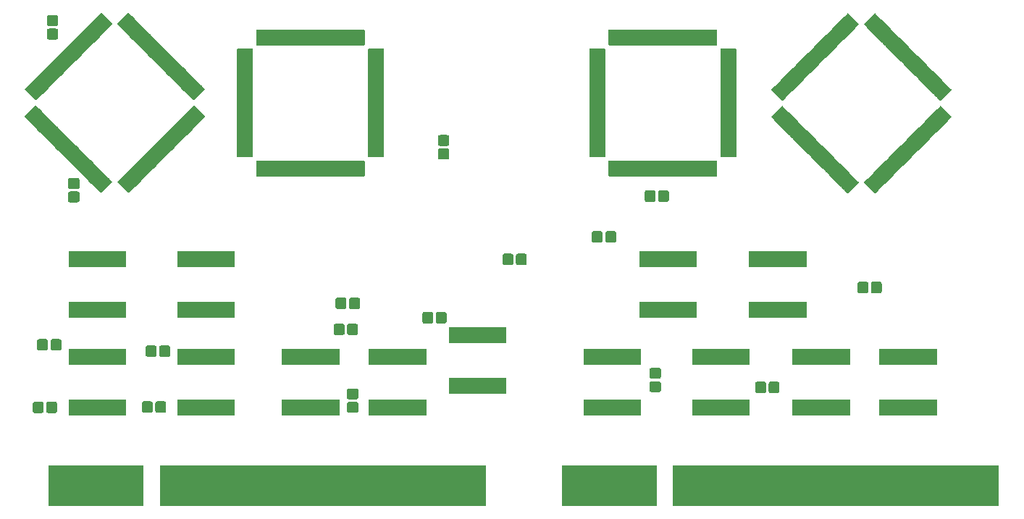
<source format=gbr>
G04 #@! TF.GenerationSoftware,KiCad,Pcbnew,(5.0.1)-4*
G04 #@! TF.CreationDate,2018-12-21T16:55:27-08:00*
G04 #@! TF.ProjectId,ram-based-register-card,72616D2D62617365642D726567697374,rev?*
G04 #@! TF.SameCoordinates,Original*
G04 #@! TF.FileFunction,Soldermask,Top*
G04 #@! TF.FilePolarity,Negative*
%FSLAX46Y46*%
G04 Gerber Fmt 4.6, Leading zero omitted, Abs format (unit mm)*
G04 Created by KiCad (PCBNEW (5.0.1)-4) date 12/21/2018 4:55:27 PM*
%MOMM*%
%LPD*%
G01*
G04 APERTURE LIST*
%ADD10C,0.100000*%
G04 APERTURE END LIST*
D10*
G36*
X104050000Y-150000000D02*
X92950000Y-150000000D01*
X92950000Y-145200000D01*
X104050000Y-145200000D01*
X104050000Y-150000000D01*
X104050000Y-150000000D01*
G37*
G36*
X144050000Y-150000000D02*
X105950000Y-150000000D01*
X105950000Y-145200000D01*
X144050000Y-145200000D01*
X144050000Y-150000000D01*
X144050000Y-150000000D01*
G37*
G36*
X204050000Y-150000000D02*
X165950000Y-150000000D01*
X165950000Y-145200000D01*
X204050000Y-145200000D01*
X204050000Y-150000000D01*
X204050000Y-150000000D01*
G37*
G36*
X164050000Y-150000000D02*
X152950000Y-150000000D01*
X152950000Y-145200000D01*
X164050000Y-145200000D01*
X164050000Y-150000000D01*
X164050000Y-150000000D01*
G37*
G36*
X162215000Y-139355000D02*
X155515000Y-139355000D01*
X155515000Y-137505000D01*
X162215000Y-137505000D01*
X162215000Y-139355000D01*
X162215000Y-139355000D01*
G37*
G36*
X174915000Y-139355000D02*
X168215000Y-139355000D01*
X168215000Y-137505000D01*
X174915000Y-137505000D01*
X174915000Y-139355000D01*
X174915000Y-139355000D01*
G37*
G36*
X186615000Y-139355000D02*
X179915000Y-139355000D01*
X179915000Y-137505000D01*
X186615000Y-137505000D01*
X186615000Y-139355000D01*
X186615000Y-139355000D01*
G37*
G36*
X137085000Y-139355000D02*
X130385000Y-139355000D01*
X130385000Y-137505000D01*
X137085000Y-137505000D01*
X137085000Y-139355000D01*
X137085000Y-139355000D01*
G37*
G36*
X196775000Y-139355000D02*
X190075000Y-139355000D01*
X190075000Y-137505000D01*
X196775000Y-137505000D01*
X196775000Y-139355000D01*
X196775000Y-139355000D01*
G37*
G36*
X102025000Y-139355000D02*
X95325000Y-139355000D01*
X95325000Y-137505000D01*
X102025000Y-137505000D01*
X102025000Y-139355000D01*
X102025000Y-139355000D01*
G37*
G36*
X114725000Y-139355000D02*
X108025000Y-139355000D01*
X108025000Y-137505000D01*
X114725000Y-137505000D01*
X114725000Y-139355000D01*
X114725000Y-139355000D01*
G37*
G36*
X126925000Y-139355000D02*
X120225000Y-139355000D01*
X120225000Y-137505000D01*
X126925000Y-137505000D01*
X126925000Y-139355000D01*
X126925000Y-139355000D01*
G37*
G36*
X93725422Y-137760517D02*
X93773385Y-137775066D01*
X93817575Y-137798686D01*
X93856318Y-137830482D01*
X93888114Y-137869225D01*
X93911734Y-137913415D01*
X93926283Y-137961378D01*
X93931800Y-138017391D01*
X93931800Y-138842609D01*
X93926283Y-138898622D01*
X93911734Y-138946585D01*
X93888114Y-138990775D01*
X93856318Y-139029518D01*
X93817575Y-139061314D01*
X93773385Y-139084934D01*
X93725422Y-139099483D01*
X93669409Y-139105000D01*
X92919191Y-139105000D01*
X92863178Y-139099483D01*
X92815215Y-139084934D01*
X92771025Y-139061314D01*
X92732282Y-139029518D01*
X92700486Y-138990775D01*
X92676866Y-138946585D01*
X92662317Y-138898622D01*
X92656800Y-138842609D01*
X92656800Y-138017391D01*
X92662317Y-137961378D01*
X92676866Y-137913415D01*
X92700486Y-137869225D01*
X92732282Y-137830482D01*
X92771025Y-137798686D01*
X92815215Y-137775066D01*
X92863178Y-137760517D01*
X92919191Y-137755000D01*
X93669409Y-137755000D01*
X93725422Y-137760517D01*
X93725422Y-137760517D01*
G37*
G36*
X92150422Y-137760517D02*
X92198385Y-137775066D01*
X92242575Y-137798686D01*
X92281318Y-137830482D01*
X92313114Y-137869225D01*
X92336734Y-137913415D01*
X92351283Y-137961378D01*
X92356800Y-138017391D01*
X92356800Y-138842609D01*
X92351283Y-138898622D01*
X92336734Y-138946585D01*
X92313114Y-138990775D01*
X92281318Y-139029518D01*
X92242575Y-139061314D01*
X92198385Y-139084934D01*
X92150422Y-139099483D01*
X92094409Y-139105000D01*
X91344191Y-139105000D01*
X91288178Y-139099483D01*
X91240215Y-139084934D01*
X91196025Y-139061314D01*
X91157282Y-139029518D01*
X91125486Y-138990775D01*
X91101866Y-138946585D01*
X91087317Y-138898622D01*
X91081800Y-138842609D01*
X91081800Y-138017391D01*
X91087317Y-137961378D01*
X91101866Y-137913415D01*
X91125486Y-137869225D01*
X91157282Y-137830482D01*
X91196025Y-137798686D01*
X91240215Y-137775066D01*
X91288178Y-137760517D01*
X91344191Y-137755000D01*
X92094409Y-137755000D01*
X92150422Y-137760517D01*
X92150422Y-137760517D01*
G37*
G36*
X104901222Y-137735117D02*
X104949185Y-137749666D01*
X104993375Y-137773286D01*
X105032118Y-137805082D01*
X105063914Y-137843825D01*
X105087534Y-137888015D01*
X105102083Y-137935978D01*
X105107600Y-137991991D01*
X105107600Y-138817209D01*
X105102083Y-138873222D01*
X105087534Y-138921185D01*
X105063914Y-138965375D01*
X105032118Y-139004118D01*
X104993375Y-139035914D01*
X104949185Y-139059534D01*
X104901222Y-139074083D01*
X104845209Y-139079600D01*
X104094991Y-139079600D01*
X104038978Y-139074083D01*
X103991015Y-139059534D01*
X103946825Y-139035914D01*
X103908082Y-139004118D01*
X103876286Y-138965375D01*
X103852666Y-138921185D01*
X103838117Y-138873222D01*
X103832600Y-138817209D01*
X103832600Y-137991991D01*
X103838117Y-137935978D01*
X103852666Y-137888015D01*
X103876286Y-137843825D01*
X103908082Y-137805082D01*
X103946825Y-137773286D01*
X103991015Y-137749666D01*
X104038978Y-137735117D01*
X104094991Y-137729600D01*
X104845209Y-137729600D01*
X104901222Y-137735117D01*
X104901222Y-137735117D01*
G37*
G36*
X106476222Y-137735117D02*
X106524185Y-137749666D01*
X106568375Y-137773286D01*
X106607118Y-137805082D01*
X106638914Y-137843825D01*
X106662534Y-137888015D01*
X106677083Y-137935978D01*
X106682600Y-137991991D01*
X106682600Y-138817209D01*
X106677083Y-138873222D01*
X106662534Y-138921185D01*
X106638914Y-138965375D01*
X106607118Y-139004118D01*
X106568375Y-139035914D01*
X106524185Y-139059534D01*
X106476222Y-139074083D01*
X106420209Y-139079600D01*
X105669991Y-139079600D01*
X105613978Y-139074083D01*
X105566015Y-139059534D01*
X105521825Y-139035914D01*
X105483082Y-139004118D01*
X105451286Y-138965375D01*
X105427666Y-138921185D01*
X105413117Y-138873222D01*
X105407600Y-138817209D01*
X105407600Y-137991991D01*
X105413117Y-137935978D01*
X105427666Y-137888015D01*
X105451286Y-137843825D01*
X105483082Y-137805082D01*
X105521825Y-137773286D01*
X105566015Y-137749666D01*
X105613978Y-137735117D01*
X105669991Y-137729600D01*
X106420209Y-137729600D01*
X106476222Y-137735117D01*
X106476222Y-137735117D01*
G37*
G36*
X128941822Y-137798117D02*
X128989785Y-137812666D01*
X129033975Y-137836286D01*
X129072718Y-137868082D01*
X129104514Y-137906825D01*
X129128134Y-137951015D01*
X129142683Y-137998978D01*
X129148200Y-138054991D01*
X129148200Y-138805209D01*
X129142683Y-138861222D01*
X129128134Y-138909185D01*
X129104514Y-138953375D01*
X129072718Y-138992118D01*
X129033975Y-139023914D01*
X128989785Y-139047534D01*
X128941822Y-139062083D01*
X128885809Y-139067600D01*
X128060591Y-139067600D01*
X128004578Y-139062083D01*
X127956615Y-139047534D01*
X127912425Y-139023914D01*
X127873682Y-138992118D01*
X127841886Y-138953375D01*
X127818266Y-138909185D01*
X127803717Y-138861222D01*
X127798200Y-138805209D01*
X127798200Y-138054991D01*
X127803717Y-137998978D01*
X127818266Y-137951015D01*
X127841886Y-137906825D01*
X127873682Y-137868082D01*
X127912425Y-137836286D01*
X127956615Y-137812666D01*
X128004578Y-137798117D01*
X128060591Y-137792600D01*
X128885809Y-137792600D01*
X128941822Y-137798117D01*
X128941822Y-137798117D01*
G37*
G36*
X128941822Y-136223117D02*
X128989785Y-136237666D01*
X129033975Y-136261286D01*
X129072718Y-136293082D01*
X129104514Y-136331825D01*
X129128134Y-136376015D01*
X129142683Y-136423978D01*
X129148200Y-136479991D01*
X129148200Y-137230209D01*
X129142683Y-137286222D01*
X129128134Y-137334185D01*
X129104514Y-137378375D01*
X129072718Y-137417118D01*
X129033975Y-137448914D01*
X128989785Y-137472534D01*
X128941822Y-137487083D01*
X128885809Y-137492600D01*
X128060591Y-137492600D01*
X128004578Y-137487083D01*
X127956615Y-137472534D01*
X127912425Y-137448914D01*
X127873682Y-137417118D01*
X127841886Y-137378375D01*
X127818266Y-137334185D01*
X127803717Y-137286222D01*
X127798200Y-137230209D01*
X127798200Y-136479991D01*
X127803717Y-136423978D01*
X127818266Y-136376015D01*
X127841886Y-136331825D01*
X127873682Y-136293082D01*
X127912425Y-136261286D01*
X127956615Y-136237666D01*
X128004578Y-136223117D01*
X128060591Y-136217600D01*
X128885809Y-136217600D01*
X128941822Y-136223117D01*
X128941822Y-136223117D01*
G37*
G36*
X146475000Y-136815000D02*
X139775000Y-136815000D01*
X139775000Y-134965000D01*
X146475000Y-134965000D01*
X146475000Y-136815000D01*
X146475000Y-136815000D01*
G37*
G36*
X178180422Y-135423717D02*
X178228385Y-135438266D01*
X178272575Y-135461886D01*
X178311318Y-135493682D01*
X178343114Y-135532425D01*
X178366734Y-135576615D01*
X178381283Y-135624578D01*
X178386800Y-135680591D01*
X178386800Y-136505809D01*
X178381283Y-136561822D01*
X178366734Y-136609785D01*
X178343114Y-136653975D01*
X178311318Y-136692718D01*
X178272575Y-136724514D01*
X178228385Y-136748134D01*
X178180422Y-136762683D01*
X178124409Y-136768200D01*
X177374191Y-136768200D01*
X177318178Y-136762683D01*
X177270215Y-136748134D01*
X177226025Y-136724514D01*
X177187282Y-136692718D01*
X177155486Y-136653975D01*
X177131866Y-136609785D01*
X177117317Y-136561822D01*
X177111800Y-136505809D01*
X177111800Y-135680591D01*
X177117317Y-135624578D01*
X177131866Y-135576615D01*
X177155486Y-135532425D01*
X177187282Y-135493682D01*
X177226025Y-135461886D01*
X177270215Y-135438266D01*
X177318178Y-135423717D01*
X177374191Y-135418200D01*
X178124409Y-135418200D01*
X178180422Y-135423717D01*
X178180422Y-135423717D01*
G37*
G36*
X176605422Y-135423717D02*
X176653385Y-135438266D01*
X176697575Y-135461886D01*
X176736318Y-135493682D01*
X176768114Y-135532425D01*
X176791734Y-135576615D01*
X176806283Y-135624578D01*
X176811800Y-135680591D01*
X176811800Y-136505809D01*
X176806283Y-136561822D01*
X176791734Y-136609785D01*
X176768114Y-136653975D01*
X176736318Y-136692718D01*
X176697575Y-136724514D01*
X176653385Y-136748134D01*
X176605422Y-136762683D01*
X176549409Y-136768200D01*
X175799191Y-136768200D01*
X175743178Y-136762683D01*
X175695215Y-136748134D01*
X175651025Y-136724514D01*
X175612282Y-136692718D01*
X175580486Y-136653975D01*
X175556866Y-136609785D01*
X175542317Y-136561822D01*
X175536800Y-136505809D01*
X175536800Y-135680591D01*
X175542317Y-135624578D01*
X175556866Y-135576615D01*
X175580486Y-135532425D01*
X175612282Y-135493682D01*
X175651025Y-135461886D01*
X175695215Y-135438266D01*
X175743178Y-135423717D01*
X175799191Y-135418200D01*
X176549409Y-135418200D01*
X176605422Y-135423717D01*
X176605422Y-135423717D01*
G37*
G36*
X164324022Y-135385017D02*
X164371985Y-135399566D01*
X164416175Y-135423186D01*
X164454918Y-135454982D01*
X164486714Y-135493725D01*
X164510334Y-135537915D01*
X164524883Y-135585878D01*
X164530400Y-135641891D01*
X164530400Y-136392109D01*
X164524883Y-136448122D01*
X164510334Y-136496085D01*
X164486714Y-136540275D01*
X164454918Y-136579018D01*
X164416175Y-136610814D01*
X164371985Y-136634434D01*
X164324022Y-136648983D01*
X164268009Y-136654500D01*
X163442791Y-136654500D01*
X163386778Y-136648983D01*
X163338815Y-136634434D01*
X163294625Y-136610814D01*
X163255882Y-136579018D01*
X163224086Y-136540275D01*
X163200466Y-136496085D01*
X163185917Y-136448122D01*
X163180400Y-136392109D01*
X163180400Y-135641891D01*
X163185917Y-135585878D01*
X163200466Y-135537915D01*
X163224086Y-135493725D01*
X163255882Y-135454982D01*
X163294625Y-135423186D01*
X163338815Y-135399566D01*
X163386778Y-135385017D01*
X163442791Y-135379500D01*
X164268009Y-135379500D01*
X164324022Y-135385017D01*
X164324022Y-135385017D01*
G37*
G36*
X164324022Y-133810017D02*
X164371985Y-133824566D01*
X164416175Y-133848186D01*
X164454918Y-133879982D01*
X164486714Y-133918725D01*
X164510334Y-133962915D01*
X164524883Y-134010878D01*
X164530400Y-134066891D01*
X164530400Y-134817109D01*
X164524883Y-134873122D01*
X164510334Y-134921085D01*
X164486714Y-134965275D01*
X164454918Y-135004018D01*
X164416175Y-135035814D01*
X164371985Y-135059434D01*
X164324022Y-135073983D01*
X164268009Y-135079500D01*
X163442791Y-135079500D01*
X163386778Y-135073983D01*
X163338815Y-135059434D01*
X163294625Y-135035814D01*
X163255882Y-135004018D01*
X163224086Y-134965275D01*
X163200466Y-134921085D01*
X163185917Y-134873122D01*
X163180400Y-134817109D01*
X163180400Y-134066891D01*
X163185917Y-134010878D01*
X163200466Y-133962915D01*
X163224086Y-133918725D01*
X163255882Y-133879982D01*
X163294625Y-133848186D01*
X163338815Y-133824566D01*
X163386778Y-133810017D01*
X163442791Y-133804500D01*
X164268009Y-133804500D01*
X164324022Y-133810017D01*
X164324022Y-133810017D01*
G37*
G36*
X126925000Y-133455000D02*
X120225000Y-133455000D01*
X120225000Y-131605000D01*
X126925000Y-131605000D01*
X126925000Y-133455000D01*
X126925000Y-133455000D01*
G37*
G36*
X102025000Y-133455000D02*
X95325000Y-133455000D01*
X95325000Y-131605000D01*
X102025000Y-131605000D01*
X102025000Y-133455000D01*
X102025000Y-133455000D01*
G37*
G36*
X162215000Y-133455000D02*
X155515000Y-133455000D01*
X155515000Y-131605000D01*
X162215000Y-131605000D01*
X162215000Y-133455000D01*
X162215000Y-133455000D01*
G37*
G36*
X174915000Y-133455000D02*
X168215000Y-133455000D01*
X168215000Y-131605000D01*
X174915000Y-131605000D01*
X174915000Y-133455000D01*
X174915000Y-133455000D01*
G37*
G36*
X186615000Y-133455000D02*
X179915000Y-133455000D01*
X179915000Y-131605000D01*
X186615000Y-131605000D01*
X186615000Y-133455000D01*
X186615000Y-133455000D01*
G37*
G36*
X114725000Y-133455000D02*
X108025000Y-133455000D01*
X108025000Y-131605000D01*
X114725000Y-131605000D01*
X114725000Y-133455000D01*
X114725000Y-133455000D01*
G37*
G36*
X137085000Y-133455000D02*
X130385000Y-133455000D01*
X130385000Y-131605000D01*
X137085000Y-131605000D01*
X137085000Y-133455000D01*
X137085000Y-133455000D01*
G37*
G36*
X196775000Y-133455000D02*
X190075000Y-133455000D01*
X190075000Y-131605000D01*
X196775000Y-131605000D01*
X196775000Y-133455000D01*
X196775000Y-133455000D01*
G37*
G36*
X106933422Y-131181917D02*
X106981385Y-131196466D01*
X107025575Y-131220086D01*
X107064318Y-131251882D01*
X107096114Y-131290625D01*
X107119734Y-131334815D01*
X107134283Y-131382778D01*
X107139800Y-131438791D01*
X107139800Y-132264009D01*
X107134283Y-132320022D01*
X107119734Y-132367985D01*
X107096114Y-132412175D01*
X107064318Y-132450918D01*
X107025575Y-132482714D01*
X106981385Y-132506334D01*
X106933422Y-132520883D01*
X106877409Y-132526400D01*
X106127191Y-132526400D01*
X106071178Y-132520883D01*
X106023215Y-132506334D01*
X105979025Y-132482714D01*
X105940282Y-132450918D01*
X105908486Y-132412175D01*
X105884866Y-132367985D01*
X105870317Y-132320022D01*
X105864800Y-132264009D01*
X105864800Y-131438791D01*
X105870317Y-131382778D01*
X105884866Y-131334815D01*
X105908486Y-131290625D01*
X105940282Y-131251882D01*
X105979025Y-131220086D01*
X106023215Y-131196466D01*
X106071178Y-131181917D01*
X106127191Y-131176400D01*
X106877409Y-131176400D01*
X106933422Y-131181917D01*
X106933422Y-131181917D01*
G37*
G36*
X105358422Y-131181917D02*
X105406385Y-131196466D01*
X105450575Y-131220086D01*
X105489318Y-131251882D01*
X105521114Y-131290625D01*
X105544734Y-131334815D01*
X105559283Y-131382778D01*
X105564800Y-131438791D01*
X105564800Y-132264009D01*
X105559283Y-132320022D01*
X105544734Y-132367985D01*
X105521114Y-132412175D01*
X105489318Y-132450918D01*
X105450575Y-132482714D01*
X105406385Y-132506334D01*
X105358422Y-132520883D01*
X105302409Y-132526400D01*
X104552191Y-132526400D01*
X104496178Y-132520883D01*
X104448215Y-132506334D01*
X104404025Y-132482714D01*
X104365282Y-132450918D01*
X104333486Y-132412175D01*
X104309866Y-132367985D01*
X104295317Y-132320022D01*
X104289800Y-132264009D01*
X104289800Y-131438791D01*
X104295317Y-131382778D01*
X104309866Y-131334815D01*
X104333486Y-131290625D01*
X104365282Y-131251882D01*
X104404025Y-131220086D01*
X104448215Y-131196466D01*
X104496178Y-131181917D01*
X104552191Y-131176400D01*
X105302409Y-131176400D01*
X105358422Y-131181917D01*
X105358422Y-131181917D01*
G37*
G36*
X94233422Y-130445317D02*
X94281385Y-130459866D01*
X94325575Y-130483486D01*
X94364318Y-130515282D01*
X94396114Y-130554025D01*
X94419734Y-130598215D01*
X94434283Y-130646178D01*
X94439800Y-130702191D01*
X94439800Y-131527409D01*
X94434283Y-131583422D01*
X94419734Y-131631385D01*
X94396114Y-131675575D01*
X94364318Y-131714318D01*
X94325575Y-131746114D01*
X94281385Y-131769734D01*
X94233422Y-131784283D01*
X94177409Y-131789800D01*
X93427191Y-131789800D01*
X93371178Y-131784283D01*
X93323215Y-131769734D01*
X93279025Y-131746114D01*
X93240282Y-131714318D01*
X93208486Y-131675575D01*
X93184866Y-131631385D01*
X93170317Y-131583422D01*
X93164800Y-131527409D01*
X93164800Y-130702191D01*
X93170317Y-130646178D01*
X93184866Y-130598215D01*
X93208486Y-130554025D01*
X93240282Y-130515282D01*
X93279025Y-130483486D01*
X93323215Y-130459866D01*
X93371178Y-130445317D01*
X93427191Y-130439800D01*
X94177409Y-130439800D01*
X94233422Y-130445317D01*
X94233422Y-130445317D01*
G37*
G36*
X92658422Y-130445317D02*
X92706385Y-130459866D01*
X92750575Y-130483486D01*
X92789318Y-130515282D01*
X92821114Y-130554025D01*
X92844734Y-130598215D01*
X92859283Y-130646178D01*
X92864800Y-130702191D01*
X92864800Y-131527409D01*
X92859283Y-131583422D01*
X92844734Y-131631385D01*
X92821114Y-131675575D01*
X92789318Y-131714318D01*
X92750575Y-131746114D01*
X92706385Y-131769734D01*
X92658422Y-131784283D01*
X92602409Y-131789800D01*
X91852191Y-131789800D01*
X91796178Y-131784283D01*
X91748215Y-131769734D01*
X91704025Y-131746114D01*
X91665282Y-131714318D01*
X91633486Y-131675575D01*
X91609866Y-131631385D01*
X91595317Y-131583422D01*
X91589800Y-131527409D01*
X91589800Y-130702191D01*
X91595317Y-130646178D01*
X91609866Y-130598215D01*
X91633486Y-130554025D01*
X91665282Y-130515282D01*
X91704025Y-130483486D01*
X91748215Y-130459866D01*
X91796178Y-130445317D01*
X91852191Y-130439800D01*
X92602409Y-130439800D01*
X92658422Y-130445317D01*
X92658422Y-130445317D01*
G37*
G36*
X146475000Y-130915000D02*
X139775000Y-130915000D01*
X139775000Y-129065000D01*
X146475000Y-129065000D01*
X146475000Y-130915000D01*
X146475000Y-130915000D01*
G37*
G36*
X127329522Y-128641917D02*
X127377485Y-128656466D01*
X127421675Y-128680086D01*
X127460418Y-128711882D01*
X127492214Y-128750625D01*
X127515834Y-128794815D01*
X127530383Y-128842778D01*
X127535900Y-128898791D01*
X127535900Y-129724009D01*
X127530383Y-129780022D01*
X127515834Y-129827985D01*
X127492214Y-129872175D01*
X127460418Y-129910918D01*
X127421675Y-129942714D01*
X127377485Y-129966334D01*
X127329522Y-129980883D01*
X127273509Y-129986400D01*
X126523291Y-129986400D01*
X126467278Y-129980883D01*
X126419315Y-129966334D01*
X126375125Y-129942714D01*
X126336382Y-129910918D01*
X126304586Y-129872175D01*
X126280966Y-129827985D01*
X126266417Y-129780022D01*
X126260900Y-129724009D01*
X126260900Y-128898791D01*
X126266417Y-128842778D01*
X126280966Y-128794815D01*
X126304586Y-128750625D01*
X126336382Y-128711882D01*
X126375125Y-128680086D01*
X126419315Y-128656466D01*
X126467278Y-128641917D01*
X126523291Y-128636400D01*
X127273509Y-128636400D01*
X127329522Y-128641917D01*
X127329522Y-128641917D01*
G37*
G36*
X128904522Y-128641917D02*
X128952485Y-128656466D01*
X128996675Y-128680086D01*
X129035418Y-128711882D01*
X129067214Y-128750625D01*
X129090834Y-128794815D01*
X129105383Y-128842778D01*
X129110900Y-128898791D01*
X129110900Y-129724009D01*
X129105383Y-129780022D01*
X129090834Y-129827985D01*
X129067214Y-129872175D01*
X129035418Y-129910918D01*
X128996675Y-129942714D01*
X128952485Y-129966334D01*
X128904522Y-129980883D01*
X128848509Y-129986400D01*
X128098291Y-129986400D01*
X128042278Y-129980883D01*
X127994315Y-129966334D01*
X127950125Y-129942714D01*
X127911382Y-129910918D01*
X127879586Y-129872175D01*
X127855966Y-129827985D01*
X127841417Y-129780022D01*
X127835900Y-129724009D01*
X127835900Y-128898791D01*
X127841417Y-128842778D01*
X127855966Y-128794815D01*
X127879586Y-128750625D01*
X127911382Y-128711882D01*
X127950125Y-128680086D01*
X127994315Y-128656466D01*
X128042278Y-128641917D01*
X128098291Y-128636400D01*
X128848509Y-128636400D01*
X128904522Y-128641917D01*
X128904522Y-128641917D01*
G37*
G36*
X139267622Y-127270317D02*
X139315585Y-127284866D01*
X139359775Y-127308486D01*
X139398518Y-127340282D01*
X139430314Y-127379025D01*
X139453934Y-127423215D01*
X139468483Y-127471178D01*
X139474000Y-127527191D01*
X139474000Y-128352409D01*
X139468483Y-128408422D01*
X139453934Y-128456385D01*
X139430314Y-128500575D01*
X139398518Y-128539318D01*
X139359775Y-128571114D01*
X139315585Y-128594734D01*
X139267622Y-128609283D01*
X139211609Y-128614800D01*
X138461391Y-128614800D01*
X138405378Y-128609283D01*
X138357415Y-128594734D01*
X138313225Y-128571114D01*
X138274482Y-128539318D01*
X138242686Y-128500575D01*
X138219066Y-128456385D01*
X138204517Y-128408422D01*
X138199000Y-128352409D01*
X138199000Y-127527191D01*
X138204517Y-127471178D01*
X138219066Y-127423215D01*
X138242686Y-127379025D01*
X138274482Y-127340282D01*
X138313225Y-127308486D01*
X138357415Y-127284866D01*
X138405378Y-127270317D01*
X138461391Y-127264800D01*
X139211609Y-127264800D01*
X139267622Y-127270317D01*
X139267622Y-127270317D01*
G37*
G36*
X137692622Y-127270317D02*
X137740585Y-127284866D01*
X137784775Y-127308486D01*
X137823518Y-127340282D01*
X137855314Y-127379025D01*
X137878934Y-127423215D01*
X137893483Y-127471178D01*
X137899000Y-127527191D01*
X137899000Y-128352409D01*
X137893483Y-128408422D01*
X137878934Y-128456385D01*
X137855314Y-128500575D01*
X137823518Y-128539318D01*
X137784775Y-128571114D01*
X137740585Y-128594734D01*
X137692622Y-128609283D01*
X137636609Y-128614800D01*
X136886391Y-128614800D01*
X136830378Y-128609283D01*
X136782415Y-128594734D01*
X136738225Y-128571114D01*
X136699482Y-128539318D01*
X136667686Y-128500575D01*
X136644066Y-128456385D01*
X136629517Y-128408422D01*
X136624000Y-128352409D01*
X136624000Y-127527191D01*
X136629517Y-127471178D01*
X136644066Y-127423215D01*
X136667686Y-127379025D01*
X136699482Y-127340282D01*
X136738225Y-127308486D01*
X136782415Y-127284866D01*
X136830378Y-127270317D01*
X136886391Y-127264800D01*
X137636609Y-127264800D01*
X137692622Y-127270317D01*
X137692622Y-127270317D01*
G37*
G36*
X102025000Y-127925000D02*
X95325000Y-127925000D01*
X95325000Y-126075000D01*
X102025000Y-126075000D01*
X102025000Y-127925000D01*
X102025000Y-127925000D01*
G37*
G36*
X181535000Y-127925000D02*
X174835000Y-127925000D01*
X174835000Y-126075000D01*
X181535000Y-126075000D01*
X181535000Y-127925000D01*
X181535000Y-127925000D01*
G37*
G36*
X168685000Y-127925000D02*
X161985000Y-127925000D01*
X161985000Y-126075000D01*
X168685000Y-126075000D01*
X168685000Y-127925000D01*
X168685000Y-127925000D01*
G37*
G36*
X114725000Y-127925000D02*
X108025000Y-127925000D01*
X108025000Y-126075000D01*
X114725000Y-126075000D01*
X114725000Y-127925000D01*
X114725000Y-127925000D01*
G37*
G36*
X127558022Y-125593917D02*
X127605985Y-125608466D01*
X127650175Y-125632086D01*
X127688918Y-125663882D01*
X127720714Y-125702625D01*
X127744334Y-125746815D01*
X127758883Y-125794778D01*
X127764400Y-125850791D01*
X127764400Y-126676009D01*
X127758883Y-126732022D01*
X127744334Y-126779985D01*
X127720714Y-126824175D01*
X127688918Y-126862918D01*
X127650175Y-126894714D01*
X127605985Y-126918334D01*
X127558022Y-126932883D01*
X127502009Y-126938400D01*
X126751791Y-126938400D01*
X126695778Y-126932883D01*
X126647815Y-126918334D01*
X126603625Y-126894714D01*
X126564882Y-126862918D01*
X126533086Y-126824175D01*
X126509466Y-126779985D01*
X126494917Y-126732022D01*
X126489400Y-126676009D01*
X126489400Y-125850791D01*
X126494917Y-125794778D01*
X126509466Y-125746815D01*
X126533086Y-125702625D01*
X126564882Y-125663882D01*
X126603625Y-125632086D01*
X126647815Y-125608466D01*
X126695778Y-125593917D01*
X126751791Y-125588400D01*
X127502009Y-125588400D01*
X127558022Y-125593917D01*
X127558022Y-125593917D01*
G37*
G36*
X129133022Y-125593917D02*
X129180985Y-125608466D01*
X129225175Y-125632086D01*
X129263918Y-125663882D01*
X129295714Y-125702625D01*
X129319334Y-125746815D01*
X129333883Y-125794778D01*
X129339400Y-125850791D01*
X129339400Y-126676009D01*
X129333883Y-126732022D01*
X129319334Y-126779985D01*
X129295714Y-126824175D01*
X129263918Y-126862918D01*
X129225175Y-126894714D01*
X129180985Y-126918334D01*
X129133022Y-126932883D01*
X129077009Y-126938400D01*
X128326791Y-126938400D01*
X128270778Y-126932883D01*
X128222815Y-126918334D01*
X128178625Y-126894714D01*
X128139882Y-126862918D01*
X128108086Y-126824175D01*
X128084466Y-126779985D01*
X128069917Y-126732022D01*
X128064400Y-126676009D01*
X128064400Y-125850791D01*
X128069917Y-125794778D01*
X128084466Y-125746815D01*
X128108086Y-125702625D01*
X128139882Y-125663882D01*
X128178625Y-125632086D01*
X128222815Y-125608466D01*
X128270778Y-125593917D01*
X128326791Y-125588400D01*
X129077009Y-125588400D01*
X129133022Y-125593917D01*
X129133022Y-125593917D01*
G37*
G36*
X188568822Y-123739717D02*
X188616785Y-123754266D01*
X188660975Y-123777886D01*
X188699718Y-123809682D01*
X188731514Y-123848425D01*
X188755134Y-123892615D01*
X188769683Y-123940578D01*
X188775200Y-123996591D01*
X188775200Y-124821809D01*
X188769683Y-124877822D01*
X188755134Y-124925785D01*
X188731514Y-124969975D01*
X188699718Y-125008718D01*
X188660975Y-125040514D01*
X188616785Y-125064134D01*
X188568822Y-125078683D01*
X188512809Y-125084200D01*
X187762591Y-125084200D01*
X187706578Y-125078683D01*
X187658615Y-125064134D01*
X187614425Y-125040514D01*
X187575682Y-125008718D01*
X187543886Y-124969975D01*
X187520266Y-124925785D01*
X187505717Y-124877822D01*
X187500200Y-124821809D01*
X187500200Y-123996591D01*
X187505717Y-123940578D01*
X187520266Y-123892615D01*
X187543886Y-123848425D01*
X187575682Y-123809682D01*
X187614425Y-123777886D01*
X187658615Y-123754266D01*
X187706578Y-123739717D01*
X187762591Y-123734200D01*
X188512809Y-123734200D01*
X188568822Y-123739717D01*
X188568822Y-123739717D01*
G37*
G36*
X190143822Y-123739717D02*
X190191785Y-123754266D01*
X190235975Y-123777886D01*
X190274718Y-123809682D01*
X190306514Y-123848425D01*
X190330134Y-123892615D01*
X190344683Y-123940578D01*
X190350200Y-123996591D01*
X190350200Y-124821809D01*
X190344683Y-124877822D01*
X190330134Y-124925785D01*
X190306514Y-124969975D01*
X190274718Y-125008718D01*
X190235975Y-125040514D01*
X190191785Y-125064134D01*
X190143822Y-125078683D01*
X190087809Y-125084200D01*
X189337591Y-125084200D01*
X189281578Y-125078683D01*
X189233615Y-125064134D01*
X189189425Y-125040514D01*
X189150682Y-125008718D01*
X189118886Y-124969975D01*
X189095266Y-124925785D01*
X189080717Y-124877822D01*
X189075200Y-124821809D01*
X189075200Y-123996591D01*
X189080717Y-123940578D01*
X189095266Y-123892615D01*
X189118886Y-123848425D01*
X189150682Y-123809682D01*
X189189425Y-123777886D01*
X189233615Y-123754266D01*
X189281578Y-123739717D01*
X189337591Y-123734200D01*
X190087809Y-123734200D01*
X190143822Y-123739717D01*
X190143822Y-123739717D01*
G37*
G36*
X102025000Y-122025000D02*
X95325000Y-122025000D01*
X95325000Y-120175000D01*
X102025000Y-120175000D01*
X102025000Y-122025000D01*
X102025000Y-122025000D01*
G37*
G36*
X114725000Y-122025000D02*
X108025000Y-122025000D01*
X108025000Y-120175000D01*
X114725000Y-120175000D01*
X114725000Y-122025000D01*
X114725000Y-122025000D01*
G37*
G36*
X168685000Y-122025000D02*
X161985000Y-122025000D01*
X161985000Y-120175000D01*
X168685000Y-120175000D01*
X168685000Y-122025000D01*
X168685000Y-122025000D01*
G37*
G36*
X181535000Y-122025000D02*
X174835000Y-122025000D01*
X174835000Y-120175000D01*
X181535000Y-120175000D01*
X181535000Y-122025000D01*
X181535000Y-122025000D01*
G37*
G36*
X148640222Y-120463117D02*
X148688185Y-120477666D01*
X148732375Y-120501286D01*
X148771118Y-120533082D01*
X148802914Y-120571825D01*
X148826534Y-120616015D01*
X148841083Y-120663978D01*
X148846600Y-120719991D01*
X148846600Y-121545209D01*
X148841083Y-121601222D01*
X148826534Y-121649185D01*
X148802914Y-121693375D01*
X148771118Y-121732118D01*
X148732375Y-121763914D01*
X148688185Y-121787534D01*
X148640222Y-121802083D01*
X148584209Y-121807600D01*
X147833991Y-121807600D01*
X147777978Y-121802083D01*
X147730015Y-121787534D01*
X147685825Y-121763914D01*
X147647082Y-121732118D01*
X147615286Y-121693375D01*
X147591666Y-121649185D01*
X147577117Y-121601222D01*
X147571600Y-121545209D01*
X147571600Y-120719991D01*
X147577117Y-120663978D01*
X147591666Y-120616015D01*
X147615286Y-120571825D01*
X147647082Y-120533082D01*
X147685825Y-120501286D01*
X147730015Y-120477666D01*
X147777978Y-120463117D01*
X147833991Y-120457600D01*
X148584209Y-120457600D01*
X148640222Y-120463117D01*
X148640222Y-120463117D01*
G37*
G36*
X147065222Y-120463117D02*
X147113185Y-120477666D01*
X147157375Y-120501286D01*
X147196118Y-120533082D01*
X147227914Y-120571825D01*
X147251534Y-120616015D01*
X147266083Y-120663978D01*
X147271600Y-120719991D01*
X147271600Y-121545209D01*
X147266083Y-121601222D01*
X147251534Y-121649185D01*
X147227914Y-121693375D01*
X147196118Y-121732118D01*
X147157375Y-121763914D01*
X147113185Y-121787534D01*
X147065222Y-121802083D01*
X147009209Y-121807600D01*
X146258991Y-121807600D01*
X146202978Y-121802083D01*
X146155015Y-121787534D01*
X146110825Y-121763914D01*
X146072082Y-121732118D01*
X146040286Y-121693375D01*
X146016666Y-121649185D01*
X146002117Y-121601222D01*
X145996600Y-121545209D01*
X145996600Y-120719991D01*
X146002117Y-120663978D01*
X146016666Y-120616015D01*
X146040286Y-120571825D01*
X146072082Y-120533082D01*
X146110825Y-120501286D01*
X146155015Y-120477666D01*
X146202978Y-120463117D01*
X146258991Y-120457600D01*
X147009209Y-120457600D01*
X147065222Y-120463117D01*
X147065222Y-120463117D01*
G37*
G36*
X159079622Y-117821517D02*
X159127585Y-117836066D01*
X159171775Y-117859686D01*
X159210518Y-117891482D01*
X159242314Y-117930225D01*
X159265934Y-117974415D01*
X159280483Y-118022378D01*
X159286000Y-118078391D01*
X159286000Y-118903609D01*
X159280483Y-118959622D01*
X159265934Y-119007585D01*
X159242314Y-119051775D01*
X159210518Y-119090518D01*
X159171775Y-119122314D01*
X159127585Y-119145934D01*
X159079622Y-119160483D01*
X159023609Y-119166000D01*
X158273391Y-119166000D01*
X158217378Y-119160483D01*
X158169415Y-119145934D01*
X158125225Y-119122314D01*
X158086482Y-119090518D01*
X158054686Y-119051775D01*
X158031066Y-119007585D01*
X158016517Y-118959622D01*
X158011000Y-118903609D01*
X158011000Y-118078391D01*
X158016517Y-118022378D01*
X158031066Y-117974415D01*
X158054686Y-117930225D01*
X158086482Y-117891482D01*
X158125225Y-117859686D01*
X158169415Y-117836066D01*
X158217378Y-117821517D01*
X158273391Y-117816000D01*
X159023609Y-117816000D01*
X159079622Y-117821517D01*
X159079622Y-117821517D01*
G37*
G36*
X157504622Y-117821517D02*
X157552585Y-117836066D01*
X157596775Y-117859686D01*
X157635518Y-117891482D01*
X157667314Y-117930225D01*
X157690934Y-117974415D01*
X157705483Y-118022378D01*
X157711000Y-118078391D01*
X157711000Y-118903609D01*
X157705483Y-118959622D01*
X157690934Y-119007585D01*
X157667314Y-119051775D01*
X157635518Y-119090518D01*
X157596775Y-119122314D01*
X157552585Y-119145934D01*
X157504622Y-119160483D01*
X157448609Y-119166000D01*
X156698391Y-119166000D01*
X156642378Y-119160483D01*
X156594415Y-119145934D01*
X156550225Y-119122314D01*
X156511482Y-119090518D01*
X156479686Y-119051775D01*
X156456066Y-119007585D01*
X156441517Y-118959622D01*
X156436000Y-118903609D01*
X156436000Y-118078391D01*
X156441517Y-118022378D01*
X156456066Y-117974415D01*
X156479686Y-117930225D01*
X156511482Y-117891482D01*
X156550225Y-117859686D01*
X156594415Y-117836066D01*
X156642378Y-117821517D01*
X156698391Y-117816000D01*
X157448609Y-117816000D01*
X157504622Y-117821517D01*
X157504622Y-117821517D01*
G37*
G36*
X96353622Y-113185617D02*
X96401585Y-113200166D01*
X96445775Y-113223786D01*
X96484518Y-113255582D01*
X96516314Y-113294325D01*
X96539934Y-113338515D01*
X96554483Y-113386478D01*
X96560000Y-113442491D01*
X96560000Y-114192709D01*
X96554483Y-114248722D01*
X96539934Y-114296685D01*
X96516314Y-114340875D01*
X96484518Y-114379618D01*
X96445775Y-114411414D01*
X96401585Y-114435034D01*
X96353622Y-114449583D01*
X96297609Y-114455100D01*
X95472391Y-114455100D01*
X95416378Y-114449583D01*
X95368415Y-114435034D01*
X95324225Y-114411414D01*
X95285482Y-114379618D01*
X95253686Y-114340875D01*
X95230066Y-114296685D01*
X95215517Y-114248722D01*
X95210000Y-114192709D01*
X95210000Y-113442491D01*
X95215517Y-113386478D01*
X95230066Y-113338515D01*
X95253686Y-113294325D01*
X95285482Y-113255582D01*
X95324225Y-113223786D01*
X95368415Y-113200166D01*
X95416378Y-113185617D01*
X95472391Y-113180100D01*
X96297609Y-113180100D01*
X96353622Y-113185617D01*
X96353622Y-113185617D01*
G37*
G36*
X163676722Y-113046317D02*
X163724685Y-113060866D01*
X163768875Y-113084486D01*
X163807618Y-113116282D01*
X163839414Y-113155025D01*
X163863034Y-113199215D01*
X163877583Y-113247178D01*
X163883100Y-113303191D01*
X163883100Y-114128409D01*
X163877583Y-114184422D01*
X163863034Y-114232385D01*
X163839414Y-114276575D01*
X163807618Y-114315318D01*
X163768875Y-114347114D01*
X163724685Y-114370734D01*
X163676722Y-114385283D01*
X163620709Y-114390800D01*
X162870491Y-114390800D01*
X162814478Y-114385283D01*
X162766515Y-114370734D01*
X162722325Y-114347114D01*
X162683582Y-114315318D01*
X162651786Y-114276575D01*
X162628166Y-114232385D01*
X162613617Y-114184422D01*
X162608100Y-114128409D01*
X162608100Y-113303191D01*
X162613617Y-113247178D01*
X162628166Y-113199215D01*
X162651786Y-113155025D01*
X162683582Y-113116282D01*
X162722325Y-113084486D01*
X162766515Y-113060866D01*
X162814478Y-113046317D01*
X162870491Y-113040800D01*
X163620709Y-113040800D01*
X163676722Y-113046317D01*
X163676722Y-113046317D01*
G37*
G36*
X165251722Y-113046317D02*
X165299685Y-113060866D01*
X165343875Y-113084486D01*
X165382618Y-113116282D01*
X165414414Y-113155025D01*
X165438034Y-113199215D01*
X165452583Y-113247178D01*
X165458100Y-113303191D01*
X165458100Y-114128409D01*
X165452583Y-114184422D01*
X165438034Y-114232385D01*
X165414414Y-114276575D01*
X165382618Y-114315318D01*
X165343875Y-114347114D01*
X165299685Y-114370734D01*
X165251722Y-114385283D01*
X165195709Y-114390800D01*
X164445491Y-114390800D01*
X164389478Y-114385283D01*
X164341515Y-114370734D01*
X164297325Y-114347114D01*
X164258582Y-114315318D01*
X164226786Y-114276575D01*
X164203166Y-114232385D01*
X164188617Y-114184422D01*
X164183100Y-114128409D01*
X164183100Y-113303191D01*
X164188617Y-113247178D01*
X164203166Y-113199215D01*
X164226786Y-113155025D01*
X164258582Y-113116282D01*
X164297325Y-113084486D01*
X164341515Y-113060866D01*
X164389478Y-113046317D01*
X164445491Y-113040800D01*
X165195709Y-113040800D01*
X165251722Y-113046317D01*
X165251722Y-113046317D01*
G37*
G36*
X197227248Y-103184518D02*
X197248241Y-103190887D01*
X197267585Y-103201226D01*
X197289320Y-103219063D01*
X198447348Y-104377091D01*
X198465185Y-104398826D01*
X198475524Y-104418170D01*
X198481893Y-104439163D01*
X198484043Y-104460990D01*
X198481893Y-104482817D01*
X198475524Y-104503810D01*
X198465185Y-104523154D01*
X198447348Y-104544889D01*
X198120164Y-104872073D01*
X198115201Y-104876146D01*
X198097874Y-104893473D01*
X198093801Y-104898436D01*
X197766614Y-105225623D01*
X197761652Y-105229695D01*
X197744321Y-105247026D01*
X197740244Y-105251994D01*
X197413062Y-105579176D01*
X197408094Y-105583253D01*
X197390763Y-105600584D01*
X197386691Y-105605546D01*
X197059507Y-105932730D01*
X197054545Y-105936802D01*
X197037214Y-105954133D01*
X197033137Y-105959101D01*
X196705955Y-106286283D01*
X196700987Y-106290360D01*
X196683656Y-106307691D01*
X196679584Y-106312653D01*
X196352397Y-106639840D01*
X196347434Y-106643913D01*
X196330107Y-106661240D01*
X196326034Y-106666203D01*
X195998847Y-106993390D01*
X195993885Y-106997462D01*
X195976554Y-107014793D01*
X195972477Y-107019761D01*
X195645295Y-107346943D01*
X195640327Y-107351020D01*
X195622996Y-107368351D01*
X195618924Y-107373313D01*
X195291740Y-107700497D01*
X195286778Y-107704569D01*
X195269447Y-107721900D01*
X195265370Y-107726868D01*
X194938188Y-108054050D01*
X194933220Y-108058127D01*
X194915889Y-108075458D01*
X194911817Y-108080420D01*
X194584630Y-108407607D01*
X194579667Y-108411680D01*
X194562340Y-108429007D01*
X194558267Y-108433970D01*
X194231080Y-108761157D01*
X194226118Y-108765229D01*
X194208787Y-108782560D01*
X194204710Y-108787528D01*
X193877528Y-109114710D01*
X193872560Y-109118787D01*
X193855229Y-109136118D01*
X193851157Y-109141080D01*
X193523970Y-109468267D01*
X193519007Y-109472340D01*
X193501680Y-109489667D01*
X193497607Y-109494630D01*
X193170420Y-109821817D01*
X193165458Y-109825889D01*
X193148127Y-109843220D01*
X193144050Y-109848188D01*
X192816868Y-110175370D01*
X192811900Y-110179447D01*
X192794569Y-110196778D01*
X192790497Y-110201740D01*
X192463313Y-110528924D01*
X192458351Y-110532996D01*
X192441020Y-110550327D01*
X192436943Y-110555295D01*
X192109761Y-110882477D01*
X192104793Y-110886554D01*
X192087462Y-110903885D01*
X192083390Y-110908847D01*
X191756203Y-111236034D01*
X191751240Y-111240107D01*
X191733913Y-111257434D01*
X191729840Y-111262397D01*
X191402653Y-111589584D01*
X191397691Y-111593656D01*
X191380360Y-111610987D01*
X191376283Y-111615955D01*
X191049101Y-111943137D01*
X191044133Y-111947214D01*
X191026802Y-111964545D01*
X191022730Y-111969507D01*
X190695546Y-112296691D01*
X190690584Y-112300763D01*
X190673253Y-112318094D01*
X190669176Y-112323062D01*
X190341994Y-112650244D01*
X190337026Y-112654321D01*
X190319695Y-112671652D01*
X190315623Y-112676614D01*
X189988436Y-113003801D01*
X189983473Y-113007874D01*
X189966146Y-113025201D01*
X189962073Y-113030164D01*
X189634889Y-113357348D01*
X189613154Y-113375185D01*
X189593810Y-113385524D01*
X189572817Y-113391893D01*
X189550990Y-113394043D01*
X189529163Y-113391893D01*
X189508170Y-113385524D01*
X189488826Y-113375185D01*
X189467091Y-113357348D01*
X188309063Y-112199320D01*
X188291226Y-112177585D01*
X188280887Y-112158241D01*
X188274518Y-112137248D01*
X188272368Y-112115421D01*
X188274518Y-112093594D01*
X188280887Y-112072601D01*
X188291226Y-112053257D01*
X188309063Y-112031522D01*
X188636247Y-111704338D01*
X188641210Y-111700265D01*
X188658537Y-111682938D01*
X188662610Y-111677975D01*
X188989796Y-111350789D01*
X188994764Y-111346712D01*
X189012095Y-111329381D01*
X189016167Y-111324419D01*
X189343351Y-110997235D01*
X189348313Y-110993163D01*
X189365644Y-110975832D01*
X189369721Y-110970864D01*
X189696903Y-110643682D01*
X189701871Y-110639605D01*
X189719202Y-110622274D01*
X189723274Y-110617312D01*
X190050458Y-110290128D01*
X190055420Y-110286056D01*
X190072751Y-110268725D01*
X190076828Y-110263757D01*
X190404014Y-109936571D01*
X190408977Y-109932498D01*
X190426304Y-109915171D01*
X190430377Y-109910208D01*
X190757563Y-109583022D01*
X190762531Y-109578945D01*
X190779862Y-109561614D01*
X190783934Y-109556652D01*
X191111118Y-109229468D01*
X191116080Y-109225396D01*
X191133411Y-109208065D01*
X191137488Y-109203097D01*
X191464670Y-108875915D01*
X191469638Y-108871838D01*
X191486969Y-108854507D01*
X191491041Y-108849545D01*
X191818225Y-108522361D01*
X191823187Y-108518289D01*
X191840518Y-108500958D01*
X191844595Y-108495990D01*
X192171781Y-108168804D01*
X192176744Y-108164731D01*
X192194071Y-108147404D01*
X192198144Y-108142441D01*
X192525330Y-107815255D01*
X192530298Y-107811178D01*
X192547629Y-107793847D01*
X192551701Y-107788885D01*
X192878885Y-107461701D01*
X192883847Y-107457629D01*
X192901178Y-107440298D01*
X192905255Y-107435330D01*
X193232441Y-107108144D01*
X193237404Y-107104071D01*
X193254731Y-107086744D01*
X193258804Y-107081781D01*
X193585990Y-106754595D01*
X193590958Y-106750518D01*
X193608289Y-106733187D01*
X193612361Y-106728225D01*
X193939545Y-106401041D01*
X193944507Y-106396969D01*
X193961838Y-106379638D01*
X193965915Y-106374670D01*
X194293097Y-106047488D01*
X194298065Y-106043411D01*
X194315396Y-106026080D01*
X194319468Y-106021118D01*
X194646652Y-105693934D01*
X194651614Y-105689862D01*
X194668945Y-105672531D01*
X194673022Y-105667563D01*
X195000208Y-105340377D01*
X195005171Y-105336304D01*
X195022498Y-105318977D01*
X195026571Y-105314014D01*
X195353757Y-104986828D01*
X195358725Y-104982751D01*
X195376056Y-104965420D01*
X195380128Y-104960458D01*
X195707312Y-104633274D01*
X195712274Y-104629202D01*
X195729605Y-104611871D01*
X195733682Y-104606903D01*
X196060864Y-104279721D01*
X196065832Y-104275644D01*
X196083163Y-104258313D01*
X196087235Y-104253351D01*
X196414419Y-103926167D01*
X196419381Y-103922095D01*
X196436712Y-103904764D01*
X196440789Y-103899796D01*
X196767975Y-103572610D01*
X196772938Y-103568537D01*
X196790265Y-103551210D01*
X196794338Y-103546247D01*
X197121522Y-103219063D01*
X197143257Y-103201226D01*
X197162601Y-103190887D01*
X197183594Y-103184518D01*
X197205421Y-103182368D01*
X197227248Y-103184518D01*
X197227248Y-103184518D01*
G37*
G36*
X178736406Y-103184518D02*
X178757399Y-103190887D01*
X178776743Y-103201226D01*
X178798478Y-103219063D01*
X179125662Y-103546247D01*
X179129735Y-103551210D01*
X179147062Y-103568537D01*
X179152025Y-103572610D01*
X179479211Y-103899796D01*
X179483288Y-103904764D01*
X179500619Y-103922095D01*
X179505581Y-103926167D01*
X179832765Y-104253351D01*
X179836837Y-104258313D01*
X179854168Y-104275644D01*
X179859136Y-104279721D01*
X180186318Y-104606903D01*
X180190395Y-104611871D01*
X180207726Y-104629202D01*
X180212688Y-104633274D01*
X180539872Y-104960458D01*
X180543944Y-104965420D01*
X180561275Y-104982751D01*
X180566243Y-104986828D01*
X180893429Y-105314014D01*
X180897502Y-105318977D01*
X180914829Y-105336304D01*
X180919792Y-105340377D01*
X181246978Y-105667563D01*
X181251055Y-105672531D01*
X181268386Y-105689862D01*
X181273348Y-105693934D01*
X181600532Y-106021118D01*
X181604604Y-106026080D01*
X181621935Y-106043411D01*
X181626903Y-106047488D01*
X181954085Y-106374670D01*
X181958162Y-106379638D01*
X181975493Y-106396969D01*
X181980455Y-106401041D01*
X182307639Y-106728225D01*
X182311711Y-106733187D01*
X182329042Y-106750518D01*
X182334010Y-106754595D01*
X182661196Y-107081781D01*
X182665269Y-107086744D01*
X182682596Y-107104071D01*
X182687559Y-107108144D01*
X183014745Y-107435330D01*
X183018822Y-107440298D01*
X183036153Y-107457629D01*
X183041115Y-107461701D01*
X183368299Y-107788885D01*
X183372371Y-107793847D01*
X183389702Y-107811178D01*
X183394670Y-107815255D01*
X183721856Y-108142441D01*
X183725929Y-108147404D01*
X183743256Y-108164731D01*
X183748219Y-108168804D01*
X184075405Y-108495990D01*
X184079482Y-108500958D01*
X184096813Y-108518289D01*
X184101775Y-108522361D01*
X184428959Y-108849545D01*
X184433031Y-108854507D01*
X184450362Y-108871838D01*
X184455330Y-108875915D01*
X184782512Y-109203097D01*
X184786589Y-109208065D01*
X184803920Y-109225396D01*
X184808882Y-109229468D01*
X185136066Y-109556652D01*
X185140138Y-109561614D01*
X185157469Y-109578945D01*
X185162437Y-109583022D01*
X185489623Y-109910208D01*
X185493696Y-109915171D01*
X185511023Y-109932498D01*
X185515986Y-109936571D01*
X185843172Y-110263757D01*
X185847249Y-110268725D01*
X185864580Y-110286056D01*
X185869542Y-110290128D01*
X186196726Y-110617312D01*
X186200798Y-110622274D01*
X186218129Y-110639605D01*
X186223097Y-110643682D01*
X186550279Y-110970864D01*
X186554356Y-110975832D01*
X186571687Y-110993163D01*
X186576649Y-110997235D01*
X186903833Y-111324419D01*
X186907905Y-111329381D01*
X186925236Y-111346712D01*
X186930204Y-111350789D01*
X187257390Y-111677975D01*
X187261463Y-111682938D01*
X187278790Y-111700265D01*
X187283753Y-111704338D01*
X187610937Y-112031522D01*
X187628774Y-112053257D01*
X187639113Y-112072601D01*
X187645482Y-112093594D01*
X187647632Y-112115421D01*
X187645482Y-112137248D01*
X187639113Y-112158241D01*
X187628774Y-112177585D01*
X187610937Y-112199320D01*
X186452909Y-113357348D01*
X186431174Y-113375185D01*
X186411830Y-113385524D01*
X186390837Y-113391893D01*
X186369010Y-113394043D01*
X186347183Y-113391893D01*
X186326190Y-113385524D01*
X186306846Y-113375185D01*
X186285111Y-113357348D01*
X185957927Y-113030164D01*
X185953854Y-113025201D01*
X185936527Y-113007874D01*
X185931564Y-113003801D01*
X185604377Y-112676614D01*
X185600305Y-112671652D01*
X185582974Y-112654321D01*
X185578006Y-112650244D01*
X185250824Y-112323062D01*
X185246747Y-112318094D01*
X185229416Y-112300763D01*
X185224454Y-112296691D01*
X184897270Y-111969507D01*
X184893198Y-111964545D01*
X184875867Y-111947214D01*
X184870899Y-111943137D01*
X184543717Y-111615955D01*
X184539640Y-111610987D01*
X184522309Y-111593656D01*
X184517347Y-111589584D01*
X184190160Y-111262397D01*
X184186087Y-111257434D01*
X184168760Y-111240107D01*
X184163797Y-111236034D01*
X183836610Y-110908847D01*
X183832538Y-110903885D01*
X183815207Y-110886554D01*
X183810239Y-110882477D01*
X183483057Y-110555295D01*
X183478980Y-110550327D01*
X183461649Y-110532996D01*
X183456687Y-110528924D01*
X183129503Y-110201740D01*
X183125431Y-110196778D01*
X183108100Y-110179447D01*
X183103132Y-110175370D01*
X182775950Y-109848188D01*
X182771873Y-109843220D01*
X182754542Y-109825889D01*
X182749580Y-109821817D01*
X182422393Y-109494630D01*
X182418320Y-109489667D01*
X182400993Y-109472340D01*
X182396030Y-109468267D01*
X182068843Y-109141080D01*
X182064771Y-109136118D01*
X182047440Y-109118787D01*
X182042472Y-109114710D01*
X181715290Y-108787528D01*
X181711213Y-108782560D01*
X181693882Y-108765229D01*
X181688920Y-108761157D01*
X181361733Y-108433970D01*
X181357660Y-108429007D01*
X181340333Y-108411680D01*
X181335370Y-108407607D01*
X181008183Y-108080420D01*
X181004111Y-108075458D01*
X180986780Y-108058127D01*
X180981812Y-108054050D01*
X180654630Y-107726868D01*
X180650553Y-107721900D01*
X180633222Y-107704569D01*
X180628260Y-107700497D01*
X180301076Y-107373313D01*
X180297004Y-107368351D01*
X180279673Y-107351020D01*
X180274705Y-107346943D01*
X179947523Y-107019761D01*
X179943446Y-107014793D01*
X179926115Y-106997462D01*
X179921153Y-106993390D01*
X179593966Y-106666203D01*
X179589893Y-106661240D01*
X179572566Y-106643913D01*
X179567603Y-106639840D01*
X179240416Y-106312653D01*
X179236344Y-106307691D01*
X179219013Y-106290360D01*
X179214045Y-106286283D01*
X178886863Y-105959101D01*
X178882786Y-105954133D01*
X178865455Y-105936802D01*
X178860493Y-105932730D01*
X178533309Y-105605546D01*
X178529237Y-105600584D01*
X178511906Y-105583253D01*
X178506938Y-105579176D01*
X178179756Y-105251994D01*
X178175679Y-105247026D01*
X178158348Y-105229695D01*
X178153386Y-105225623D01*
X177826199Y-104898436D01*
X177822126Y-104893473D01*
X177804799Y-104876146D01*
X177799836Y-104872073D01*
X177472652Y-104544889D01*
X177454815Y-104523154D01*
X177444476Y-104503810D01*
X177438107Y-104482817D01*
X177435957Y-104460990D01*
X177438107Y-104439163D01*
X177444476Y-104418170D01*
X177454815Y-104398826D01*
X177472652Y-104377091D01*
X178630680Y-103219063D01*
X178652415Y-103201226D01*
X178671759Y-103190887D01*
X178692752Y-103184518D01*
X178714579Y-103182368D01*
X178736406Y-103184518D01*
X178736406Y-103184518D01*
G37*
G36*
X91456406Y-103142018D02*
X91477399Y-103148387D01*
X91496743Y-103158726D01*
X91518478Y-103176563D01*
X91845662Y-103503747D01*
X91849735Y-103508710D01*
X91867062Y-103526037D01*
X91872025Y-103530110D01*
X92199211Y-103857296D01*
X92203288Y-103862264D01*
X92220619Y-103879595D01*
X92225581Y-103883667D01*
X92552765Y-104210851D01*
X92556837Y-104215813D01*
X92574168Y-104233144D01*
X92579136Y-104237221D01*
X92906318Y-104564403D01*
X92910395Y-104569371D01*
X92927726Y-104586702D01*
X92932688Y-104590774D01*
X93259872Y-104917958D01*
X93263944Y-104922920D01*
X93281275Y-104940251D01*
X93286243Y-104944328D01*
X93613429Y-105271514D01*
X93617502Y-105276477D01*
X93634829Y-105293804D01*
X93639792Y-105297877D01*
X93966978Y-105625063D01*
X93971055Y-105630031D01*
X93988386Y-105647362D01*
X93993348Y-105651434D01*
X94320532Y-105978618D01*
X94324604Y-105983580D01*
X94341935Y-106000911D01*
X94346903Y-106004988D01*
X94674085Y-106332170D01*
X94678162Y-106337138D01*
X94695493Y-106354469D01*
X94700455Y-106358541D01*
X95027639Y-106685725D01*
X95031711Y-106690687D01*
X95049042Y-106708018D01*
X95054010Y-106712095D01*
X95381196Y-107039281D01*
X95385269Y-107044244D01*
X95402596Y-107061571D01*
X95407559Y-107065644D01*
X95734745Y-107392830D01*
X95738822Y-107397798D01*
X95756153Y-107415129D01*
X95761115Y-107419201D01*
X96088299Y-107746385D01*
X96092371Y-107751347D01*
X96109702Y-107768678D01*
X96114670Y-107772755D01*
X96441856Y-108099941D01*
X96445929Y-108104904D01*
X96463256Y-108122231D01*
X96468219Y-108126304D01*
X96795405Y-108453490D01*
X96799482Y-108458458D01*
X96816813Y-108475789D01*
X96821775Y-108479861D01*
X97148959Y-108807045D01*
X97153031Y-108812007D01*
X97170362Y-108829338D01*
X97175330Y-108833415D01*
X97502512Y-109160597D01*
X97506589Y-109165565D01*
X97523920Y-109182896D01*
X97528882Y-109186968D01*
X97856066Y-109514152D01*
X97860138Y-109519114D01*
X97877469Y-109536445D01*
X97882437Y-109540522D01*
X98209623Y-109867708D01*
X98213696Y-109872671D01*
X98231023Y-109889998D01*
X98235986Y-109894071D01*
X98563172Y-110221257D01*
X98567249Y-110226225D01*
X98584580Y-110243556D01*
X98589542Y-110247628D01*
X98916726Y-110574812D01*
X98920798Y-110579774D01*
X98938129Y-110597105D01*
X98943097Y-110601182D01*
X99270279Y-110928364D01*
X99274356Y-110933332D01*
X99291687Y-110950663D01*
X99296649Y-110954735D01*
X99623833Y-111281919D01*
X99627905Y-111286881D01*
X99645236Y-111304212D01*
X99650204Y-111308289D01*
X99977390Y-111635475D01*
X99981463Y-111640438D01*
X99998790Y-111657765D01*
X100003753Y-111661838D01*
X100330937Y-111989022D01*
X100348774Y-112010757D01*
X100359113Y-112030101D01*
X100365482Y-112051094D01*
X100367632Y-112072921D01*
X100365482Y-112094748D01*
X100359113Y-112115741D01*
X100348774Y-112135085D01*
X100330937Y-112156820D01*
X99172909Y-113314848D01*
X99151174Y-113332685D01*
X99131830Y-113343024D01*
X99110837Y-113349393D01*
X99089010Y-113351543D01*
X99067183Y-113349393D01*
X99046190Y-113343024D01*
X99026846Y-113332685D01*
X99005111Y-113314848D01*
X98677927Y-112987664D01*
X98673854Y-112982701D01*
X98656527Y-112965374D01*
X98651564Y-112961301D01*
X98324377Y-112634114D01*
X98320305Y-112629152D01*
X98302974Y-112611821D01*
X98298006Y-112607744D01*
X97970824Y-112280562D01*
X97966747Y-112275594D01*
X97949416Y-112258263D01*
X97944454Y-112254191D01*
X97617270Y-111927007D01*
X97613198Y-111922045D01*
X97595867Y-111904714D01*
X97590899Y-111900637D01*
X97263717Y-111573455D01*
X97259640Y-111568487D01*
X97242309Y-111551156D01*
X97237347Y-111547084D01*
X96910160Y-111219897D01*
X96906087Y-111214934D01*
X96888760Y-111197607D01*
X96883797Y-111193534D01*
X96556610Y-110866347D01*
X96552538Y-110861385D01*
X96535207Y-110844054D01*
X96530239Y-110839977D01*
X96203057Y-110512795D01*
X96198980Y-110507827D01*
X96181649Y-110490496D01*
X96176687Y-110486424D01*
X95849503Y-110159240D01*
X95845431Y-110154278D01*
X95828100Y-110136947D01*
X95823132Y-110132870D01*
X95495950Y-109805688D01*
X95491873Y-109800720D01*
X95474542Y-109783389D01*
X95469580Y-109779317D01*
X95142393Y-109452130D01*
X95138320Y-109447167D01*
X95120993Y-109429840D01*
X95116030Y-109425767D01*
X94788843Y-109098580D01*
X94784771Y-109093618D01*
X94767440Y-109076287D01*
X94762472Y-109072210D01*
X94435290Y-108745028D01*
X94431213Y-108740060D01*
X94413882Y-108722729D01*
X94408920Y-108718657D01*
X94081733Y-108391470D01*
X94077660Y-108386507D01*
X94060333Y-108369180D01*
X94055370Y-108365107D01*
X93728183Y-108037920D01*
X93724111Y-108032958D01*
X93706780Y-108015627D01*
X93701812Y-108011550D01*
X93374630Y-107684368D01*
X93370553Y-107679400D01*
X93353222Y-107662069D01*
X93348260Y-107657997D01*
X93021076Y-107330813D01*
X93017004Y-107325851D01*
X92999673Y-107308520D01*
X92994705Y-107304443D01*
X92667523Y-106977261D01*
X92663446Y-106972293D01*
X92646115Y-106954962D01*
X92641153Y-106950890D01*
X92313966Y-106623703D01*
X92309893Y-106618740D01*
X92292566Y-106601413D01*
X92287603Y-106597340D01*
X91960416Y-106270153D01*
X91956344Y-106265191D01*
X91939013Y-106247860D01*
X91934045Y-106243783D01*
X91606863Y-105916601D01*
X91602786Y-105911633D01*
X91585455Y-105894302D01*
X91580493Y-105890230D01*
X91253309Y-105563046D01*
X91249237Y-105558084D01*
X91231906Y-105540753D01*
X91226938Y-105536676D01*
X90899756Y-105209494D01*
X90895679Y-105204526D01*
X90878348Y-105187195D01*
X90873386Y-105183123D01*
X90546199Y-104855936D01*
X90542126Y-104850973D01*
X90524799Y-104833646D01*
X90519836Y-104829573D01*
X90192652Y-104502389D01*
X90174815Y-104480654D01*
X90164476Y-104461310D01*
X90158107Y-104440317D01*
X90155957Y-104418490D01*
X90158107Y-104396663D01*
X90164476Y-104375670D01*
X90174815Y-104356326D01*
X90192652Y-104334591D01*
X91350680Y-103176563D01*
X91372415Y-103158726D01*
X91391759Y-103148387D01*
X91412752Y-103142018D01*
X91434579Y-103139868D01*
X91456406Y-103142018D01*
X91456406Y-103142018D01*
G37*
G36*
X109947248Y-103142018D02*
X109968241Y-103148387D01*
X109987585Y-103158726D01*
X110009320Y-103176563D01*
X111167348Y-104334591D01*
X111185185Y-104356326D01*
X111195524Y-104375670D01*
X111201893Y-104396663D01*
X111204043Y-104418490D01*
X111201893Y-104440317D01*
X111195524Y-104461310D01*
X111185185Y-104480654D01*
X111167348Y-104502389D01*
X110840164Y-104829573D01*
X110835201Y-104833646D01*
X110817874Y-104850973D01*
X110813801Y-104855936D01*
X110486614Y-105183123D01*
X110481652Y-105187195D01*
X110464321Y-105204526D01*
X110460244Y-105209494D01*
X110133062Y-105536676D01*
X110128094Y-105540753D01*
X110110763Y-105558084D01*
X110106691Y-105563046D01*
X109779507Y-105890230D01*
X109774545Y-105894302D01*
X109757214Y-105911633D01*
X109753137Y-105916601D01*
X109425955Y-106243783D01*
X109420987Y-106247860D01*
X109403656Y-106265191D01*
X109399584Y-106270153D01*
X109072397Y-106597340D01*
X109067434Y-106601413D01*
X109050107Y-106618740D01*
X109046034Y-106623703D01*
X108718847Y-106950890D01*
X108713885Y-106954962D01*
X108696554Y-106972293D01*
X108692477Y-106977261D01*
X108365295Y-107304443D01*
X108360327Y-107308520D01*
X108342996Y-107325851D01*
X108338924Y-107330813D01*
X108011740Y-107657997D01*
X108006778Y-107662069D01*
X107989447Y-107679400D01*
X107985370Y-107684368D01*
X107658188Y-108011550D01*
X107653220Y-108015627D01*
X107635889Y-108032958D01*
X107631817Y-108037920D01*
X107304630Y-108365107D01*
X107299667Y-108369180D01*
X107282340Y-108386507D01*
X107278267Y-108391470D01*
X106951080Y-108718657D01*
X106946118Y-108722729D01*
X106928787Y-108740060D01*
X106924710Y-108745028D01*
X106597528Y-109072210D01*
X106592560Y-109076287D01*
X106575229Y-109093618D01*
X106571157Y-109098580D01*
X106243970Y-109425767D01*
X106239007Y-109429840D01*
X106221680Y-109447167D01*
X106217607Y-109452130D01*
X105890420Y-109779317D01*
X105885458Y-109783389D01*
X105868127Y-109800720D01*
X105864050Y-109805688D01*
X105536868Y-110132870D01*
X105531900Y-110136947D01*
X105514569Y-110154278D01*
X105510497Y-110159240D01*
X105183313Y-110486424D01*
X105178351Y-110490496D01*
X105161020Y-110507827D01*
X105156943Y-110512795D01*
X104829761Y-110839977D01*
X104824793Y-110844054D01*
X104807462Y-110861385D01*
X104803390Y-110866347D01*
X104476203Y-111193534D01*
X104471240Y-111197607D01*
X104453913Y-111214934D01*
X104449840Y-111219897D01*
X104122653Y-111547084D01*
X104117691Y-111551156D01*
X104100360Y-111568487D01*
X104096283Y-111573455D01*
X103769101Y-111900637D01*
X103764133Y-111904714D01*
X103746802Y-111922045D01*
X103742730Y-111927007D01*
X103415546Y-112254191D01*
X103410584Y-112258263D01*
X103393253Y-112275594D01*
X103389176Y-112280562D01*
X103061994Y-112607744D01*
X103057026Y-112611821D01*
X103039695Y-112629152D01*
X103035623Y-112634114D01*
X102708436Y-112961301D01*
X102703473Y-112965374D01*
X102686146Y-112982701D01*
X102682073Y-112987664D01*
X102354889Y-113314848D01*
X102333154Y-113332685D01*
X102313810Y-113343024D01*
X102292817Y-113349393D01*
X102270990Y-113351543D01*
X102249163Y-113349393D01*
X102228170Y-113343024D01*
X102208826Y-113332685D01*
X102187091Y-113314848D01*
X101029063Y-112156820D01*
X101011226Y-112135085D01*
X101000887Y-112115741D01*
X100994518Y-112094748D01*
X100992368Y-112072921D01*
X100994518Y-112051094D01*
X101000887Y-112030101D01*
X101011226Y-112010757D01*
X101029063Y-111989022D01*
X101356247Y-111661838D01*
X101361210Y-111657765D01*
X101378537Y-111640438D01*
X101382610Y-111635475D01*
X101709796Y-111308289D01*
X101714764Y-111304212D01*
X101732095Y-111286881D01*
X101736167Y-111281919D01*
X102063351Y-110954735D01*
X102068313Y-110950663D01*
X102085644Y-110933332D01*
X102089721Y-110928364D01*
X102416903Y-110601182D01*
X102421871Y-110597105D01*
X102439202Y-110579774D01*
X102443274Y-110574812D01*
X102770458Y-110247628D01*
X102775420Y-110243556D01*
X102792751Y-110226225D01*
X102796828Y-110221257D01*
X103124014Y-109894071D01*
X103128977Y-109889998D01*
X103146304Y-109872671D01*
X103150377Y-109867708D01*
X103477563Y-109540522D01*
X103482531Y-109536445D01*
X103499862Y-109519114D01*
X103503934Y-109514152D01*
X103831118Y-109186968D01*
X103836080Y-109182896D01*
X103853411Y-109165565D01*
X103857488Y-109160597D01*
X104184670Y-108833415D01*
X104189638Y-108829338D01*
X104206969Y-108812007D01*
X104211041Y-108807045D01*
X104538225Y-108479861D01*
X104543187Y-108475789D01*
X104560518Y-108458458D01*
X104564595Y-108453490D01*
X104891781Y-108126304D01*
X104896744Y-108122231D01*
X104914071Y-108104904D01*
X104918144Y-108099941D01*
X105245330Y-107772755D01*
X105250298Y-107768678D01*
X105267629Y-107751347D01*
X105271701Y-107746385D01*
X105598885Y-107419201D01*
X105603847Y-107415129D01*
X105621178Y-107397798D01*
X105625255Y-107392830D01*
X105952441Y-107065644D01*
X105957404Y-107061571D01*
X105974731Y-107044244D01*
X105978804Y-107039281D01*
X106305990Y-106712095D01*
X106310958Y-106708018D01*
X106328289Y-106690687D01*
X106332361Y-106685725D01*
X106659545Y-106358541D01*
X106664507Y-106354469D01*
X106681838Y-106337138D01*
X106685915Y-106332170D01*
X107013097Y-106004988D01*
X107018065Y-106000911D01*
X107035396Y-105983580D01*
X107039468Y-105978618D01*
X107366652Y-105651434D01*
X107371614Y-105647362D01*
X107388945Y-105630031D01*
X107393022Y-105625063D01*
X107720208Y-105297877D01*
X107725171Y-105293804D01*
X107742498Y-105276477D01*
X107746571Y-105271514D01*
X108073757Y-104944328D01*
X108078725Y-104940251D01*
X108096056Y-104922920D01*
X108100128Y-104917958D01*
X108427312Y-104590774D01*
X108432274Y-104586702D01*
X108449605Y-104569371D01*
X108453682Y-104564403D01*
X108780864Y-104237221D01*
X108785832Y-104233144D01*
X108803163Y-104215813D01*
X108807235Y-104210851D01*
X109134419Y-103883667D01*
X109139381Y-103879595D01*
X109156712Y-103862264D01*
X109160789Y-103857296D01*
X109487975Y-103530110D01*
X109492938Y-103526037D01*
X109510265Y-103508710D01*
X109514338Y-103503747D01*
X109841522Y-103176563D01*
X109863257Y-103158726D01*
X109882601Y-103148387D01*
X109903594Y-103142018D01*
X109925421Y-103139868D01*
X109947248Y-103142018D01*
X109947248Y-103142018D01*
G37*
G36*
X96353622Y-111610617D02*
X96401585Y-111625166D01*
X96445775Y-111648786D01*
X96484518Y-111680582D01*
X96516314Y-111719325D01*
X96539934Y-111763515D01*
X96554483Y-111811478D01*
X96560000Y-111867491D01*
X96560000Y-112617709D01*
X96554483Y-112673722D01*
X96539934Y-112721685D01*
X96516314Y-112765875D01*
X96484518Y-112804618D01*
X96445775Y-112836414D01*
X96401585Y-112860034D01*
X96353622Y-112874583D01*
X96297609Y-112880100D01*
X95472391Y-112880100D01*
X95416378Y-112874583D01*
X95368415Y-112860034D01*
X95324225Y-112836414D01*
X95285482Y-112804618D01*
X95253686Y-112765875D01*
X95230066Y-112721685D01*
X95215517Y-112673722D01*
X95210000Y-112617709D01*
X95210000Y-111867491D01*
X95215517Y-111811478D01*
X95230066Y-111763515D01*
X95253686Y-111719325D01*
X95285482Y-111680582D01*
X95324225Y-111648786D01*
X95368415Y-111625166D01*
X95416378Y-111610617D01*
X95472391Y-111605100D01*
X96297609Y-111605100D01*
X96353622Y-111610617D01*
X96353622Y-111610617D01*
G37*
G36*
X158987749Y-109553129D02*
X159012251Y-109553129D01*
X159018638Y-109552500D01*
X159481362Y-109552500D01*
X159487749Y-109553129D01*
X159512251Y-109553129D01*
X159518638Y-109552500D01*
X159981362Y-109552500D01*
X159987749Y-109553129D01*
X160012251Y-109553129D01*
X160018638Y-109552500D01*
X160481362Y-109552500D01*
X160487749Y-109553129D01*
X160512251Y-109553129D01*
X160518638Y-109552500D01*
X160981362Y-109552500D01*
X160987749Y-109553129D01*
X161012251Y-109553129D01*
X161018638Y-109552500D01*
X161481362Y-109552500D01*
X161487749Y-109553129D01*
X161512251Y-109553129D01*
X161518638Y-109552500D01*
X161981362Y-109552500D01*
X161987749Y-109553129D01*
X162012251Y-109553129D01*
X162018638Y-109552500D01*
X162481362Y-109552500D01*
X162487749Y-109553129D01*
X162512251Y-109553129D01*
X162518638Y-109552500D01*
X162981362Y-109552500D01*
X162987749Y-109553129D01*
X163012251Y-109553129D01*
X163018638Y-109552500D01*
X163481362Y-109552500D01*
X163487749Y-109553129D01*
X163512251Y-109553129D01*
X163518638Y-109552500D01*
X163981362Y-109552500D01*
X163987749Y-109553129D01*
X164012251Y-109553129D01*
X164018638Y-109552500D01*
X164481362Y-109552500D01*
X164487749Y-109553129D01*
X164512251Y-109553129D01*
X164518638Y-109552500D01*
X164981362Y-109552500D01*
X164987749Y-109553129D01*
X165012251Y-109553129D01*
X165018638Y-109552500D01*
X165481362Y-109552500D01*
X165487749Y-109553129D01*
X165512251Y-109553129D01*
X165518638Y-109552500D01*
X165981362Y-109552500D01*
X165987749Y-109553129D01*
X166012251Y-109553129D01*
X166018638Y-109552500D01*
X166481362Y-109552500D01*
X166487749Y-109553129D01*
X166512251Y-109553129D01*
X166518638Y-109552500D01*
X166981362Y-109552500D01*
X166987749Y-109553129D01*
X167012251Y-109553129D01*
X167018638Y-109552500D01*
X167481362Y-109552500D01*
X167487749Y-109553129D01*
X167512251Y-109553129D01*
X167518638Y-109552500D01*
X167981362Y-109552500D01*
X167987749Y-109553129D01*
X168012251Y-109553129D01*
X168018638Y-109552500D01*
X168481362Y-109552500D01*
X168487749Y-109553129D01*
X168512251Y-109553129D01*
X168518638Y-109552500D01*
X168981362Y-109552500D01*
X168987749Y-109553129D01*
X169012251Y-109553129D01*
X169018638Y-109552500D01*
X169481362Y-109552500D01*
X169487749Y-109553129D01*
X169512251Y-109553129D01*
X169518638Y-109552500D01*
X169981362Y-109552500D01*
X169987749Y-109553129D01*
X170012251Y-109553129D01*
X170018638Y-109552500D01*
X170481362Y-109552500D01*
X170487749Y-109553129D01*
X170512251Y-109553129D01*
X170518638Y-109552500D01*
X170981362Y-109552500D01*
X171009327Y-109555254D01*
X171030320Y-109561623D01*
X171049664Y-109571962D01*
X171066622Y-109585878D01*
X171080538Y-109602836D01*
X171090877Y-109622180D01*
X171097246Y-109643173D01*
X171100000Y-109671138D01*
X171100000Y-111308862D01*
X171097246Y-111336827D01*
X171090877Y-111357820D01*
X171080538Y-111377164D01*
X171066622Y-111394122D01*
X171049664Y-111408038D01*
X171030320Y-111418377D01*
X171009327Y-111424746D01*
X170981362Y-111427500D01*
X170518638Y-111427500D01*
X170512251Y-111426871D01*
X170487749Y-111426871D01*
X170481362Y-111427500D01*
X170018638Y-111427500D01*
X170012251Y-111426871D01*
X169987749Y-111426871D01*
X169981362Y-111427500D01*
X169518638Y-111427500D01*
X169512251Y-111426871D01*
X169487749Y-111426871D01*
X169481362Y-111427500D01*
X169018638Y-111427500D01*
X169012251Y-111426871D01*
X168987749Y-111426871D01*
X168981362Y-111427500D01*
X168518638Y-111427500D01*
X168512251Y-111426871D01*
X168487749Y-111426871D01*
X168481362Y-111427500D01*
X168018638Y-111427500D01*
X168012251Y-111426871D01*
X167987749Y-111426871D01*
X167981362Y-111427500D01*
X167518638Y-111427500D01*
X167512251Y-111426871D01*
X167487749Y-111426871D01*
X167481362Y-111427500D01*
X167018638Y-111427500D01*
X167012251Y-111426871D01*
X166987749Y-111426871D01*
X166981362Y-111427500D01*
X166518638Y-111427500D01*
X166512251Y-111426871D01*
X166487749Y-111426871D01*
X166481362Y-111427500D01*
X166018638Y-111427500D01*
X166012251Y-111426871D01*
X165987749Y-111426871D01*
X165981362Y-111427500D01*
X165518638Y-111427500D01*
X165512251Y-111426871D01*
X165487749Y-111426871D01*
X165481362Y-111427500D01*
X165018638Y-111427500D01*
X165012251Y-111426871D01*
X164987749Y-111426871D01*
X164981362Y-111427500D01*
X164518638Y-111427500D01*
X164512251Y-111426871D01*
X164487749Y-111426871D01*
X164481362Y-111427500D01*
X164018638Y-111427500D01*
X164012251Y-111426871D01*
X163987749Y-111426871D01*
X163981362Y-111427500D01*
X163518638Y-111427500D01*
X163512251Y-111426871D01*
X163487749Y-111426871D01*
X163481362Y-111427500D01*
X163018638Y-111427500D01*
X163012251Y-111426871D01*
X162987749Y-111426871D01*
X162981362Y-111427500D01*
X162518638Y-111427500D01*
X162512251Y-111426871D01*
X162487749Y-111426871D01*
X162481362Y-111427500D01*
X162018638Y-111427500D01*
X162012251Y-111426871D01*
X161987749Y-111426871D01*
X161981362Y-111427500D01*
X161518638Y-111427500D01*
X161512251Y-111426871D01*
X161487749Y-111426871D01*
X161481362Y-111427500D01*
X161018638Y-111427500D01*
X161012251Y-111426871D01*
X160987749Y-111426871D01*
X160981362Y-111427500D01*
X160518638Y-111427500D01*
X160512251Y-111426871D01*
X160487749Y-111426871D01*
X160481362Y-111427500D01*
X160018638Y-111427500D01*
X160012251Y-111426871D01*
X159987749Y-111426871D01*
X159981362Y-111427500D01*
X159518638Y-111427500D01*
X159512251Y-111426871D01*
X159487749Y-111426871D01*
X159481362Y-111427500D01*
X159018638Y-111427500D01*
X159012251Y-111426871D01*
X158987749Y-111426871D01*
X158981362Y-111427500D01*
X158518638Y-111427500D01*
X158490673Y-111424746D01*
X158469680Y-111418377D01*
X158450336Y-111408038D01*
X158433378Y-111394122D01*
X158419462Y-111377164D01*
X158409123Y-111357820D01*
X158402754Y-111336827D01*
X158400000Y-111308862D01*
X158400000Y-109671138D01*
X158402754Y-109643173D01*
X158409123Y-109622180D01*
X158419462Y-109602836D01*
X158433378Y-109585878D01*
X158450336Y-109571962D01*
X158469680Y-109561623D01*
X158490673Y-109555254D01*
X158518638Y-109552500D01*
X158981362Y-109552500D01*
X158987749Y-109553129D01*
X158987749Y-109553129D01*
G37*
G36*
X117777749Y-109553129D02*
X117802251Y-109553129D01*
X117808638Y-109552500D01*
X118271362Y-109552500D01*
X118277749Y-109553129D01*
X118302251Y-109553129D01*
X118308638Y-109552500D01*
X118771362Y-109552500D01*
X118777749Y-109553129D01*
X118802251Y-109553129D01*
X118808638Y-109552500D01*
X119271362Y-109552500D01*
X119277749Y-109553129D01*
X119302251Y-109553129D01*
X119308638Y-109552500D01*
X119771362Y-109552500D01*
X119777749Y-109553129D01*
X119802251Y-109553129D01*
X119808638Y-109552500D01*
X120271362Y-109552500D01*
X120277749Y-109553129D01*
X120302251Y-109553129D01*
X120308638Y-109552500D01*
X120771362Y-109552500D01*
X120777749Y-109553129D01*
X120802251Y-109553129D01*
X120808638Y-109552500D01*
X121271362Y-109552500D01*
X121277749Y-109553129D01*
X121302251Y-109553129D01*
X121308638Y-109552500D01*
X121771362Y-109552500D01*
X121777749Y-109553129D01*
X121802251Y-109553129D01*
X121808638Y-109552500D01*
X122271362Y-109552500D01*
X122277749Y-109553129D01*
X122302251Y-109553129D01*
X122308638Y-109552500D01*
X122771362Y-109552500D01*
X122777749Y-109553129D01*
X122802251Y-109553129D01*
X122808638Y-109552500D01*
X123271362Y-109552500D01*
X123277749Y-109553129D01*
X123302251Y-109553129D01*
X123308638Y-109552500D01*
X123771362Y-109552500D01*
X123777749Y-109553129D01*
X123802251Y-109553129D01*
X123808638Y-109552500D01*
X124271362Y-109552500D01*
X124277749Y-109553129D01*
X124302251Y-109553129D01*
X124308638Y-109552500D01*
X124771362Y-109552500D01*
X124777749Y-109553129D01*
X124802251Y-109553129D01*
X124808638Y-109552500D01*
X125271362Y-109552500D01*
X125277749Y-109553129D01*
X125302251Y-109553129D01*
X125308638Y-109552500D01*
X125771362Y-109552500D01*
X125777749Y-109553129D01*
X125802251Y-109553129D01*
X125808638Y-109552500D01*
X126271362Y-109552500D01*
X126277749Y-109553129D01*
X126302251Y-109553129D01*
X126308638Y-109552500D01*
X126771362Y-109552500D01*
X126777749Y-109553129D01*
X126802251Y-109553129D01*
X126808638Y-109552500D01*
X127271362Y-109552500D01*
X127277749Y-109553129D01*
X127302251Y-109553129D01*
X127308638Y-109552500D01*
X127771362Y-109552500D01*
X127777749Y-109553129D01*
X127802251Y-109553129D01*
X127808638Y-109552500D01*
X128271362Y-109552500D01*
X128277749Y-109553129D01*
X128302251Y-109553129D01*
X128308638Y-109552500D01*
X128771362Y-109552500D01*
X128777749Y-109553129D01*
X128802251Y-109553129D01*
X128808638Y-109552500D01*
X129271362Y-109552500D01*
X129277749Y-109553129D01*
X129302251Y-109553129D01*
X129308638Y-109552500D01*
X129771362Y-109552500D01*
X129799327Y-109555254D01*
X129820320Y-109561623D01*
X129839664Y-109571962D01*
X129856622Y-109585878D01*
X129870538Y-109602836D01*
X129880877Y-109622180D01*
X129887246Y-109643173D01*
X129890000Y-109671138D01*
X129890000Y-111308862D01*
X129887246Y-111336827D01*
X129880877Y-111357820D01*
X129870538Y-111377164D01*
X129856622Y-111394122D01*
X129839664Y-111408038D01*
X129820320Y-111418377D01*
X129799327Y-111424746D01*
X129771362Y-111427500D01*
X129308638Y-111427500D01*
X129302251Y-111426871D01*
X129277749Y-111426871D01*
X129271362Y-111427500D01*
X128808638Y-111427500D01*
X128802251Y-111426871D01*
X128777749Y-111426871D01*
X128771362Y-111427500D01*
X128308638Y-111427500D01*
X128302251Y-111426871D01*
X128277749Y-111426871D01*
X128271362Y-111427500D01*
X127808638Y-111427500D01*
X127802251Y-111426871D01*
X127777749Y-111426871D01*
X127771362Y-111427500D01*
X127308638Y-111427500D01*
X127302251Y-111426871D01*
X127277749Y-111426871D01*
X127271362Y-111427500D01*
X126808638Y-111427500D01*
X126802251Y-111426871D01*
X126777749Y-111426871D01*
X126771362Y-111427500D01*
X126308638Y-111427500D01*
X126302251Y-111426871D01*
X126277749Y-111426871D01*
X126271362Y-111427500D01*
X125808638Y-111427500D01*
X125802251Y-111426871D01*
X125777749Y-111426871D01*
X125771362Y-111427500D01*
X125308638Y-111427500D01*
X125302251Y-111426871D01*
X125277749Y-111426871D01*
X125271362Y-111427500D01*
X124808638Y-111427500D01*
X124802251Y-111426871D01*
X124777749Y-111426871D01*
X124771362Y-111427500D01*
X124308638Y-111427500D01*
X124302251Y-111426871D01*
X124277749Y-111426871D01*
X124271362Y-111427500D01*
X123808638Y-111427500D01*
X123802251Y-111426871D01*
X123777749Y-111426871D01*
X123771362Y-111427500D01*
X123308638Y-111427500D01*
X123302251Y-111426871D01*
X123277749Y-111426871D01*
X123271362Y-111427500D01*
X122808638Y-111427500D01*
X122802251Y-111426871D01*
X122777749Y-111426871D01*
X122771362Y-111427500D01*
X122308638Y-111427500D01*
X122302251Y-111426871D01*
X122277749Y-111426871D01*
X122271362Y-111427500D01*
X121808638Y-111427500D01*
X121802251Y-111426871D01*
X121777749Y-111426871D01*
X121771362Y-111427500D01*
X121308638Y-111427500D01*
X121302251Y-111426871D01*
X121277749Y-111426871D01*
X121271362Y-111427500D01*
X120808638Y-111427500D01*
X120802251Y-111426871D01*
X120777749Y-111426871D01*
X120771362Y-111427500D01*
X120308638Y-111427500D01*
X120302251Y-111426871D01*
X120277749Y-111426871D01*
X120271362Y-111427500D01*
X119808638Y-111427500D01*
X119802251Y-111426871D01*
X119777749Y-111426871D01*
X119771362Y-111427500D01*
X119308638Y-111427500D01*
X119302251Y-111426871D01*
X119277749Y-111426871D01*
X119271362Y-111427500D01*
X118808638Y-111427500D01*
X118802251Y-111426871D01*
X118777749Y-111426871D01*
X118771362Y-111427500D01*
X118308638Y-111427500D01*
X118302251Y-111426871D01*
X118277749Y-111426871D01*
X118271362Y-111427500D01*
X117808638Y-111427500D01*
X117802251Y-111426871D01*
X117777749Y-111426871D01*
X117771362Y-111427500D01*
X117308638Y-111427500D01*
X117280673Y-111424746D01*
X117259680Y-111418377D01*
X117240336Y-111408038D01*
X117223378Y-111394122D01*
X117209462Y-111377164D01*
X117199123Y-111357820D01*
X117192754Y-111336827D01*
X117190000Y-111308862D01*
X117190000Y-109671138D01*
X117192754Y-109643173D01*
X117199123Y-109622180D01*
X117209462Y-109602836D01*
X117223378Y-109585878D01*
X117240336Y-109571962D01*
X117259680Y-109561623D01*
X117280673Y-109555254D01*
X117308638Y-109552500D01*
X117771362Y-109552500D01*
X117777749Y-109553129D01*
X117777749Y-109553129D01*
G37*
G36*
X139584422Y-108156217D02*
X139632385Y-108170766D01*
X139676575Y-108194386D01*
X139715318Y-108226182D01*
X139747114Y-108264925D01*
X139770734Y-108309115D01*
X139785283Y-108357078D01*
X139790800Y-108413091D01*
X139790800Y-109163309D01*
X139785283Y-109219322D01*
X139770734Y-109267285D01*
X139747114Y-109311475D01*
X139715318Y-109350218D01*
X139676575Y-109382014D01*
X139632385Y-109405634D01*
X139584422Y-109420183D01*
X139528409Y-109425700D01*
X138703191Y-109425700D01*
X138647178Y-109420183D01*
X138599215Y-109405634D01*
X138555025Y-109382014D01*
X138516282Y-109350218D01*
X138484486Y-109311475D01*
X138460866Y-109267285D01*
X138446317Y-109219322D01*
X138440800Y-109163309D01*
X138440800Y-108413091D01*
X138446317Y-108357078D01*
X138460866Y-108309115D01*
X138484486Y-108264925D01*
X138516282Y-108226182D01*
X138555025Y-108194386D01*
X138599215Y-108170766D01*
X138647178Y-108156217D01*
X138703191Y-108150700D01*
X139528409Y-108150700D01*
X139584422Y-108156217D01*
X139584422Y-108156217D01*
G37*
G36*
X173259327Y-96480254D02*
X173280320Y-96486623D01*
X173299664Y-96496962D01*
X173316622Y-96510878D01*
X173330538Y-96527836D01*
X173340877Y-96547180D01*
X173347246Y-96568173D01*
X173350000Y-96596138D01*
X173350000Y-97058862D01*
X173349371Y-97065249D01*
X173349371Y-97089751D01*
X173350000Y-97096138D01*
X173350000Y-97558862D01*
X173349371Y-97565249D01*
X173349371Y-97589751D01*
X173350000Y-97596138D01*
X173350000Y-98058862D01*
X173349371Y-98065249D01*
X173349371Y-98089751D01*
X173350000Y-98096138D01*
X173350000Y-98558862D01*
X173349371Y-98565249D01*
X173349371Y-98589751D01*
X173350000Y-98596138D01*
X173350000Y-99058862D01*
X173349371Y-99065249D01*
X173349371Y-99089751D01*
X173350000Y-99096138D01*
X173350000Y-99558862D01*
X173349371Y-99565249D01*
X173349371Y-99589751D01*
X173350000Y-99596138D01*
X173350000Y-100058862D01*
X173349371Y-100065249D01*
X173349371Y-100089751D01*
X173350000Y-100096138D01*
X173350000Y-100558862D01*
X173349371Y-100565249D01*
X173349371Y-100589751D01*
X173350000Y-100596138D01*
X173350000Y-101058862D01*
X173349371Y-101065249D01*
X173349371Y-101089751D01*
X173350000Y-101096138D01*
X173350000Y-101558862D01*
X173349371Y-101565249D01*
X173349371Y-101589751D01*
X173350000Y-101596138D01*
X173350000Y-102058862D01*
X173349371Y-102065249D01*
X173349371Y-102089751D01*
X173350000Y-102096138D01*
X173350000Y-102558862D01*
X173349371Y-102565249D01*
X173349371Y-102589751D01*
X173350000Y-102596138D01*
X173350000Y-103058862D01*
X173349371Y-103065249D01*
X173349371Y-103089751D01*
X173350000Y-103096138D01*
X173350000Y-103558862D01*
X173349371Y-103565249D01*
X173349371Y-103589751D01*
X173350000Y-103596138D01*
X173350000Y-104058862D01*
X173349371Y-104065249D01*
X173349371Y-104089751D01*
X173350000Y-104096138D01*
X173350000Y-104558862D01*
X173349371Y-104565249D01*
X173349371Y-104589751D01*
X173350000Y-104596138D01*
X173350000Y-105058862D01*
X173349371Y-105065249D01*
X173349371Y-105089751D01*
X173350000Y-105096138D01*
X173350000Y-105558862D01*
X173349371Y-105565249D01*
X173349371Y-105589751D01*
X173350000Y-105596138D01*
X173350000Y-106058862D01*
X173349371Y-106065249D01*
X173349371Y-106089751D01*
X173350000Y-106096138D01*
X173350000Y-106558862D01*
X173349371Y-106565249D01*
X173349371Y-106589751D01*
X173350000Y-106596138D01*
X173350000Y-107058862D01*
X173349371Y-107065249D01*
X173349371Y-107089751D01*
X173350000Y-107096138D01*
X173350000Y-107558862D01*
X173349371Y-107565249D01*
X173349371Y-107589751D01*
X173350000Y-107596138D01*
X173350000Y-108058862D01*
X173349371Y-108065249D01*
X173349371Y-108089751D01*
X173350000Y-108096138D01*
X173350000Y-108558862D01*
X173349371Y-108565249D01*
X173349371Y-108589751D01*
X173350000Y-108596138D01*
X173350000Y-109058862D01*
X173347246Y-109086827D01*
X173340877Y-109107820D01*
X173330538Y-109127164D01*
X173316622Y-109144122D01*
X173299664Y-109158038D01*
X173280320Y-109168377D01*
X173259327Y-109174746D01*
X173231362Y-109177500D01*
X171593638Y-109177500D01*
X171565673Y-109174746D01*
X171544680Y-109168377D01*
X171525336Y-109158038D01*
X171508378Y-109144122D01*
X171494462Y-109127164D01*
X171484123Y-109107820D01*
X171477754Y-109086827D01*
X171475000Y-109058862D01*
X171475000Y-108596138D01*
X171475629Y-108589751D01*
X171475629Y-108565249D01*
X171475000Y-108558862D01*
X171475000Y-108096138D01*
X171475629Y-108089751D01*
X171475629Y-108065249D01*
X171475000Y-108058862D01*
X171475000Y-107596138D01*
X171475629Y-107589751D01*
X171475629Y-107565249D01*
X171475000Y-107558862D01*
X171475000Y-107096138D01*
X171475629Y-107089751D01*
X171475629Y-107065249D01*
X171475000Y-107058862D01*
X171475000Y-106596138D01*
X171475629Y-106589751D01*
X171475629Y-106565249D01*
X171475000Y-106558862D01*
X171475000Y-106096138D01*
X171475629Y-106089751D01*
X171475629Y-106065249D01*
X171475000Y-106058862D01*
X171475000Y-105596138D01*
X171475629Y-105589751D01*
X171475629Y-105565249D01*
X171475000Y-105558862D01*
X171475000Y-105096138D01*
X171475629Y-105089751D01*
X171475629Y-105065249D01*
X171475000Y-105058862D01*
X171475000Y-104596138D01*
X171475629Y-104589751D01*
X171475629Y-104565249D01*
X171475000Y-104558862D01*
X171475000Y-104096138D01*
X171475629Y-104089751D01*
X171475629Y-104065249D01*
X171475000Y-104058862D01*
X171475000Y-103596138D01*
X171475629Y-103589751D01*
X171475629Y-103565249D01*
X171475000Y-103558862D01*
X171475000Y-103096138D01*
X171475629Y-103089751D01*
X171475629Y-103065249D01*
X171475000Y-103058862D01*
X171475000Y-102596138D01*
X171475629Y-102589751D01*
X171475629Y-102565249D01*
X171475000Y-102558862D01*
X171475000Y-102096138D01*
X171475629Y-102089751D01*
X171475629Y-102065249D01*
X171475000Y-102058862D01*
X171475000Y-101596138D01*
X171475629Y-101589751D01*
X171475629Y-101565249D01*
X171475000Y-101558862D01*
X171475000Y-101096138D01*
X171475629Y-101089751D01*
X171475629Y-101065249D01*
X171475000Y-101058862D01*
X171475000Y-100596138D01*
X171475629Y-100589751D01*
X171475629Y-100565249D01*
X171475000Y-100558862D01*
X171475000Y-100096138D01*
X171475629Y-100089751D01*
X171475629Y-100065249D01*
X171475000Y-100058862D01*
X171475000Y-99596138D01*
X171475629Y-99589751D01*
X171475629Y-99565249D01*
X171475000Y-99558862D01*
X171475000Y-99096138D01*
X171475629Y-99089751D01*
X171475629Y-99065249D01*
X171475000Y-99058862D01*
X171475000Y-98596138D01*
X171475629Y-98589751D01*
X171475629Y-98565249D01*
X171475000Y-98558862D01*
X171475000Y-98096138D01*
X171475629Y-98089751D01*
X171475629Y-98065249D01*
X171475000Y-98058862D01*
X171475000Y-97596138D01*
X171475629Y-97589751D01*
X171475629Y-97565249D01*
X171475000Y-97558862D01*
X171475000Y-97096138D01*
X171475629Y-97089751D01*
X171475629Y-97065249D01*
X171475000Y-97058862D01*
X171475000Y-96596138D01*
X171477754Y-96568173D01*
X171484123Y-96547180D01*
X171494462Y-96527836D01*
X171508378Y-96510878D01*
X171525336Y-96496962D01*
X171544680Y-96486623D01*
X171565673Y-96480254D01*
X171593638Y-96477500D01*
X173231362Y-96477500D01*
X173259327Y-96480254D01*
X173259327Y-96480254D01*
G37*
G36*
X116724327Y-96480254D02*
X116745320Y-96486623D01*
X116764664Y-96496962D01*
X116781622Y-96510878D01*
X116795538Y-96527836D01*
X116805877Y-96547180D01*
X116812246Y-96568173D01*
X116815000Y-96596138D01*
X116815000Y-97058862D01*
X116814371Y-97065249D01*
X116814371Y-97089751D01*
X116815000Y-97096138D01*
X116815000Y-97558862D01*
X116814371Y-97565249D01*
X116814371Y-97589751D01*
X116815000Y-97596138D01*
X116815000Y-98058862D01*
X116814371Y-98065249D01*
X116814371Y-98089751D01*
X116815000Y-98096138D01*
X116815000Y-98558862D01*
X116814371Y-98565249D01*
X116814371Y-98589751D01*
X116815000Y-98596138D01*
X116815000Y-99058862D01*
X116814371Y-99065249D01*
X116814371Y-99089751D01*
X116815000Y-99096138D01*
X116815000Y-99558862D01*
X116814371Y-99565249D01*
X116814371Y-99589751D01*
X116815000Y-99596138D01*
X116815000Y-100058862D01*
X116814371Y-100065249D01*
X116814371Y-100089751D01*
X116815000Y-100096138D01*
X116815000Y-100558862D01*
X116814371Y-100565249D01*
X116814371Y-100589751D01*
X116815000Y-100596138D01*
X116815000Y-101058862D01*
X116814371Y-101065249D01*
X116814371Y-101089751D01*
X116815000Y-101096138D01*
X116815000Y-101558862D01*
X116814371Y-101565249D01*
X116814371Y-101589751D01*
X116815000Y-101596138D01*
X116815000Y-102058862D01*
X116814371Y-102065249D01*
X116814371Y-102089751D01*
X116815000Y-102096138D01*
X116815000Y-102558862D01*
X116814371Y-102565249D01*
X116814371Y-102589751D01*
X116815000Y-102596138D01*
X116815000Y-103058862D01*
X116814371Y-103065249D01*
X116814371Y-103089751D01*
X116815000Y-103096138D01*
X116815000Y-103558862D01*
X116814371Y-103565249D01*
X116814371Y-103589751D01*
X116815000Y-103596138D01*
X116815000Y-104058862D01*
X116814371Y-104065249D01*
X116814371Y-104089751D01*
X116815000Y-104096138D01*
X116815000Y-104558862D01*
X116814371Y-104565249D01*
X116814371Y-104589751D01*
X116815000Y-104596138D01*
X116815000Y-105058862D01*
X116814371Y-105065249D01*
X116814371Y-105089751D01*
X116815000Y-105096138D01*
X116815000Y-105558862D01*
X116814371Y-105565249D01*
X116814371Y-105589751D01*
X116815000Y-105596138D01*
X116815000Y-106058862D01*
X116814371Y-106065249D01*
X116814371Y-106089751D01*
X116815000Y-106096138D01*
X116815000Y-106558862D01*
X116814371Y-106565249D01*
X116814371Y-106589751D01*
X116815000Y-106596138D01*
X116815000Y-107058862D01*
X116814371Y-107065249D01*
X116814371Y-107089751D01*
X116815000Y-107096138D01*
X116815000Y-107558862D01*
X116814371Y-107565249D01*
X116814371Y-107589751D01*
X116815000Y-107596138D01*
X116815000Y-108058862D01*
X116814371Y-108065249D01*
X116814371Y-108089751D01*
X116815000Y-108096138D01*
X116815000Y-108558862D01*
X116814371Y-108565249D01*
X116814371Y-108589751D01*
X116815000Y-108596138D01*
X116815000Y-109058862D01*
X116812246Y-109086827D01*
X116805877Y-109107820D01*
X116795538Y-109127164D01*
X116781622Y-109144122D01*
X116764664Y-109158038D01*
X116745320Y-109168377D01*
X116724327Y-109174746D01*
X116696362Y-109177500D01*
X115058638Y-109177500D01*
X115030673Y-109174746D01*
X115009680Y-109168377D01*
X114990336Y-109158038D01*
X114973378Y-109144122D01*
X114959462Y-109127164D01*
X114949123Y-109107820D01*
X114942754Y-109086827D01*
X114940000Y-109058862D01*
X114940000Y-108596138D01*
X114940629Y-108589751D01*
X114940629Y-108565249D01*
X114940000Y-108558862D01*
X114940000Y-108096138D01*
X114940629Y-108089751D01*
X114940629Y-108065249D01*
X114940000Y-108058862D01*
X114940000Y-107596138D01*
X114940629Y-107589751D01*
X114940629Y-107565249D01*
X114940000Y-107558862D01*
X114940000Y-107096138D01*
X114940629Y-107089751D01*
X114940629Y-107065249D01*
X114940000Y-107058862D01*
X114940000Y-106596138D01*
X114940629Y-106589751D01*
X114940629Y-106565249D01*
X114940000Y-106558862D01*
X114940000Y-106096138D01*
X114940629Y-106089751D01*
X114940629Y-106065249D01*
X114940000Y-106058862D01*
X114940000Y-105596138D01*
X114940629Y-105589751D01*
X114940629Y-105565249D01*
X114940000Y-105558862D01*
X114940000Y-105096138D01*
X114940629Y-105089751D01*
X114940629Y-105065249D01*
X114940000Y-105058862D01*
X114940000Y-104596138D01*
X114940629Y-104589751D01*
X114940629Y-104565249D01*
X114940000Y-104558862D01*
X114940000Y-104096138D01*
X114940629Y-104089751D01*
X114940629Y-104065249D01*
X114940000Y-104058862D01*
X114940000Y-103596138D01*
X114940629Y-103589751D01*
X114940629Y-103565249D01*
X114940000Y-103558862D01*
X114940000Y-103096138D01*
X114940629Y-103089751D01*
X114940629Y-103065249D01*
X114940000Y-103058862D01*
X114940000Y-102596138D01*
X114940629Y-102589751D01*
X114940629Y-102565249D01*
X114940000Y-102558862D01*
X114940000Y-102096138D01*
X114940629Y-102089751D01*
X114940629Y-102065249D01*
X114940000Y-102058862D01*
X114940000Y-101596138D01*
X114940629Y-101589751D01*
X114940629Y-101565249D01*
X114940000Y-101558862D01*
X114940000Y-101096138D01*
X114940629Y-101089751D01*
X114940629Y-101065249D01*
X114940000Y-101058862D01*
X114940000Y-100596138D01*
X114940629Y-100589751D01*
X114940629Y-100565249D01*
X114940000Y-100558862D01*
X114940000Y-100096138D01*
X114940629Y-100089751D01*
X114940629Y-100065249D01*
X114940000Y-100058862D01*
X114940000Y-99596138D01*
X114940629Y-99589751D01*
X114940629Y-99565249D01*
X114940000Y-99558862D01*
X114940000Y-99096138D01*
X114940629Y-99089751D01*
X114940629Y-99065249D01*
X114940000Y-99058862D01*
X114940000Y-98596138D01*
X114940629Y-98589751D01*
X114940629Y-98565249D01*
X114940000Y-98558862D01*
X114940000Y-98096138D01*
X114940629Y-98089751D01*
X114940629Y-98065249D01*
X114940000Y-98058862D01*
X114940000Y-97596138D01*
X114940629Y-97589751D01*
X114940629Y-97565249D01*
X114940000Y-97558862D01*
X114940000Y-97096138D01*
X114940629Y-97089751D01*
X114940629Y-97065249D01*
X114940000Y-97058862D01*
X114940000Y-96596138D01*
X114942754Y-96568173D01*
X114949123Y-96547180D01*
X114959462Y-96527836D01*
X114973378Y-96510878D01*
X114990336Y-96496962D01*
X115009680Y-96486623D01*
X115030673Y-96480254D01*
X115058638Y-96477500D01*
X116696362Y-96477500D01*
X116724327Y-96480254D01*
X116724327Y-96480254D01*
G37*
G36*
X132049327Y-96480254D02*
X132070320Y-96486623D01*
X132089664Y-96496962D01*
X132106622Y-96510878D01*
X132120538Y-96527836D01*
X132130877Y-96547180D01*
X132137246Y-96568173D01*
X132140000Y-96596138D01*
X132140000Y-97058862D01*
X132139371Y-97065249D01*
X132139371Y-97089751D01*
X132140000Y-97096138D01*
X132140000Y-97558862D01*
X132139371Y-97565249D01*
X132139371Y-97589751D01*
X132140000Y-97596138D01*
X132140000Y-98058862D01*
X132139371Y-98065249D01*
X132139371Y-98089751D01*
X132140000Y-98096138D01*
X132140000Y-98558862D01*
X132139371Y-98565249D01*
X132139371Y-98589751D01*
X132140000Y-98596138D01*
X132140000Y-99058862D01*
X132139371Y-99065249D01*
X132139371Y-99089751D01*
X132140000Y-99096138D01*
X132140000Y-99558862D01*
X132139371Y-99565249D01*
X132139371Y-99589751D01*
X132140000Y-99596138D01*
X132140000Y-100058862D01*
X132139371Y-100065249D01*
X132139371Y-100089751D01*
X132140000Y-100096138D01*
X132140000Y-100558862D01*
X132139371Y-100565249D01*
X132139371Y-100589751D01*
X132140000Y-100596138D01*
X132140000Y-101058862D01*
X132139371Y-101065249D01*
X132139371Y-101089751D01*
X132140000Y-101096138D01*
X132140000Y-101558862D01*
X132139371Y-101565249D01*
X132139371Y-101589751D01*
X132140000Y-101596138D01*
X132140000Y-102058862D01*
X132139371Y-102065249D01*
X132139371Y-102089751D01*
X132140000Y-102096138D01*
X132140000Y-102558862D01*
X132139371Y-102565249D01*
X132139371Y-102589751D01*
X132140000Y-102596138D01*
X132140000Y-103058862D01*
X132139371Y-103065249D01*
X132139371Y-103089751D01*
X132140000Y-103096138D01*
X132140000Y-103558862D01*
X132139371Y-103565249D01*
X132139371Y-103589751D01*
X132140000Y-103596138D01*
X132140000Y-104058862D01*
X132139371Y-104065249D01*
X132139371Y-104089751D01*
X132140000Y-104096138D01*
X132140000Y-104558862D01*
X132139371Y-104565249D01*
X132139371Y-104589751D01*
X132140000Y-104596138D01*
X132140000Y-105058862D01*
X132139371Y-105065249D01*
X132139371Y-105089751D01*
X132140000Y-105096138D01*
X132140000Y-105558862D01*
X132139371Y-105565249D01*
X132139371Y-105589751D01*
X132140000Y-105596138D01*
X132140000Y-106058862D01*
X132139371Y-106065249D01*
X132139371Y-106089751D01*
X132140000Y-106096138D01*
X132140000Y-106558862D01*
X132139371Y-106565249D01*
X132139371Y-106589751D01*
X132140000Y-106596138D01*
X132140000Y-107058862D01*
X132139371Y-107065249D01*
X132139371Y-107089751D01*
X132140000Y-107096138D01*
X132140000Y-107558862D01*
X132139371Y-107565249D01*
X132139371Y-107589751D01*
X132140000Y-107596138D01*
X132140000Y-108058862D01*
X132139371Y-108065249D01*
X132139371Y-108089751D01*
X132140000Y-108096138D01*
X132140000Y-108558862D01*
X132139371Y-108565249D01*
X132139371Y-108589751D01*
X132140000Y-108596138D01*
X132140000Y-109058862D01*
X132137246Y-109086827D01*
X132130877Y-109107820D01*
X132120538Y-109127164D01*
X132106622Y-109144122D01*
X132089664Y-109158038D01*
X132070320Y-109168377D01*
X132049327Y-109174746D01*
X132021362Y-109177500D01*
X130383638Y-109177500D01*
X130355673Y-109174746D01*
X130334680Y-109168377D01*
X130315336Y-109158038D01*
X130298378Y-109144122D01*
X130284462Y-109127164D01*
X130274123Y-109107820D01*
X130267754Y-109086827D01*
X130265000Y-109058862D01*
X130265000Y-108596138D01*
X130265629Y-108589751D01*
X130265629Y-108565249D01*
X130265000Y-108558862D01*
X130265000Y-108096138D01*
X130265629Y-108089751D01*
X130265629Y-108065249D01*
X130265000Y-108058862D01*
X130265000Y-107596138D01*
X130265629Y-107589751D01*
X130265629Y-107565249D01*
X130265000Y-107558862D01*
X130265000Y-107096138D01*
X130265629Y-107089751D01*
X130265629Y-107065249D01*
X130265000Y-107058862D01*
X130265000Y-106596138D01*
X130265629Y-106589751D01*
X130265629Y-106565249D01*
X130265000Y-106558862D01*
X130265000Y-106096138D01*
X130265629Y-106089751D01*
X130265629Y-106065249D01*
X130265000Y-106058862D01*
X130265000Y-105596138D01*
X130265629Y-105589751D01*
X130265629Y-105565249D01*
X130265000Y-105558862D01*
X130265000Y-105096138D01*
X130265629Y-105089751D01*
X130265629Y-105065249D01*
X130265000Y-105058862D01*
X130265000Y-104596138D01*
X130265629Y-104589751D01*
X130265629Y-104565249D01*
X130265000Y-104558862D01*
X130265000Y-104096138D01*
X130265629Y-104089751D01*
X130265629Y-104065249D01*
X130265000Y-104058862D01*
X130265000Y-103596138D01*
X130265629Y-103589751D01*
X130265629Y-103565249D01*
X130265000Y-103558862D01*
X130265000Y-103096138D01*
X130265629Y-103089751D01*
X130265629Y-103065249D01*
X130265000Y-103058862D01*
X130265000Y-102596138D01*
X130265629Y-102589751D01*
X130265629Y-102565249D01*
X130265000Y-102558862D01*
X130265000Y-102096138D01*
X130265629Y-102089751D01*
X130265629Y-102065249D01*
X130265000Y-102058862D01*
X130265000Y-101596138D01*
X130265629Y-101589751D01*
X130265629Y-101565249D01*
X130265000Y-101558862D01*
X130265000Y-101096138D01*
X130265629Y-101089751D01*
X130265629Y-101065249D01*
X130265000Y-101058862D01*
X130265000Y-100596138D01*
X130265629Y-100589751D01*
X130265629Y-100565249D01*
X130265000Y-100558862D01*
X130265000Y-100096138D01*
X130265629Y-100089751D01*
X130265629Y-100065249D01*
X130265000Y-100058862D01*
X130265000Y-99596138D01*
X130265629Y-99589751D01*
X130265629Y-99565249D01*
X130265000Y-99558862D01*
X130265000Y-99096138D01*
X130265629Y-99089751D01*
X130265629Y-99065249D01*
X130265000Y-99058862D01*
X130265000Y-98596138D01*
X130265629Y-98589751D01*
X130265629Y-98565249D01*
X130265000Y-98558862D01*
X130265000Y-98096138D01*
X130265629Y-98089751D01*
X130265629Y-98065249D01*
X130265000Y-98058862D01*
X130265000Y-97596138D01*
X130265629Y-97589751D01*
X130265629Y-97565249D01*
X130265000Y-97558862D01*
X130265000Y-97096138D01*
X130265629Y-97089751D01*
X130265629Y-97065249D01*
X130265000Y-97058862D01*
X130265000Y-96596138D01*
X130267754Y-96568173D01*
X130274123Y-96547180D01*
X130284462Y-96527836D01*
X130298378Y-96510878D01*
X130315336Y-96496962D01*
X130334680Y-96486623D01*
X130355673Y-96480254D01*
X130383638Y-96477500D01*
X132021362Y-96477500D01*
X132049327Y-96480254D01*
X132049327Y-96480254D01*
G37*
G36*
X157934327Y-96480254D02*
X157955320Y-96486623D01*
X157974664Y-96496962D01*
X157991622Y-96510878D01*
X158005538Y-96527836D01*
X158015877Y-96547180D01*
X158022246Y-96568173D01*
X158025000Y-96596138D01*
X158025000Y-97058862D01*
X158024371Y-97065249D01*
X158024371Y-97089751D01*
X158025000Y-97096138D01*
X158025000Y-97558862D01*
X158024371Y-97565249D01*
X158024371Y-97589751D01*
X158025000Y-97596138D01*
X158025000Y-98058862D01*
X158024371Y-98065249D01*
X158024371Y-98089751D01*
X158025000Y-98096138D01*
X158025000Y-98558862D01*
X158024371Y-98565249D01*
X158024371Y-98589751D01*
X158025000Y-98596138D01*
X158025000Y-99058862D01*
X158024371Y-99065249D01*
X158024371Y-99089751D01*
X158025000Y-99096138D01*
X158025000Y-99558862D01*
X158024371Y-99565249D01*
X158024371Y-99589751D01*
X158025000Y-99596138D01*
X158025000Y-100058862D01*
X158024371Y-100065249D01*
X158024371Y-100089751D01*
X158025000Y-100096138D01*
X158025000Y-100558862D01*
X158024371Y-100565249D01*
X158024371Y-100589751D01*
X158025000Y-100596138D01*
X158025000Y-101058862D01*
X158024371Y-101065249D01*
X158024371Y-101089751D01*
X158025000Y-101096138D01*
X158025000Y-101558862D01*
X158024371Y-101565249D01*
X158024371Y-101589751D01*
X158025000Y-101596138D01*
X158025000Y-102058862D01*
X158024371Y-102065249D01*
X158024371Y-102089751D01*
X158025000Y-102096138D01*
X158025000Y-102558862D01*
X158024371Y-102565249D01*
X158024371Y-102589751D01*
X158025000Y-102596138D01*
X158025000Y-103058862D01*
X158024371Y-103065249D01*
X158024371Y-103089751D01*
X158025000Y-103096138D01*
X158025000Y-103558862D01*
X158024371Y-103565249D01*
X158024371Y-103589751D01*
X158025000Y-103596138D01*
X158025000Y-104058862D01*
X158024371Y-104065249D01*
X158024371Y-104089751D01*
X158025000Y-104096138D01*
X158025000Y-104558862D01*
X158024371Y-104565249D01*
X158024371Y-104589751D01*
X158025000Y-104596138D01*
X158025000Y-105058862D01*
X158024371Y-105065249D01*
X158024371Y-105089751D01*
X158025000Y-105096138D01*
X158025000Y-105558862D01*
X158024371Y-105565249D01*
X158024371Y-105589751D01*
X158025000Y-105596138D01*
X158025000Y-106058862D01*
X158024371Y-106065249D01*
X158024371Y-106089751D01*
X158025000Y-106096138D01*
X158025000Y-106558862D01*
X158024371Y-106565249D01*
X158024371Y-106589751D01*
X158025000Y-106596138D01*
X158025000Y-107058862D01*
X158024371Y-107065249D01*
X158024371Y-107089751D01*
X158025000Y-107096138D01*
X158025000Y-107558862D01*
X158024371Y-107565249D01*
X158024371Y-107589751D01*
X158025000Y-107596138D01*
X158025000Y-108058862D01*
X158024371Y-108065249D01*
X158024371Y-108089751D01*
X158025000Y-108096138D01*
X158025000Y-108558862D01*
X158024371Y-108565249D01*
X158024371Y-108589751D01*
X158025000Y-108596138D01*
X158025000Y-109058862D01*
X158022246Y-109086827D01*
X158015877Y-109107820D01*
X158005538Y-109127164D01*
X157991622Y-109144122D01*
X157974664Y-109158038D01*
X157955320Y-109168377D01*
X157934327Y-109174746D01*
X157906362Y-109177500D01*
X156268638Y-109177500D01*
X156240673Y-109174746D01*
X156219680Y-109168377D01*
X156200336Y-109158038D01*
X156183378Y-109144122D01*
X156169462Y-109127164D01*
X156159123Y-109107820D01*
X156152754Y-109086827D01*
X156150000Y-109058862D01*
X156150000Y-108596138D01*
X156150629Y-108589751D01*
X156150629Y-108565249D01*
X156150000Y-108558862D01*
X156150000Y-108096138D01*
X156150629Y-108089751D01*
X156150629Y-108065249D01*
X156150000Y-108058862D01*
X156150000Y-107596138D01*
X156150629Y-107589751D01*
X156150629Y-107565249D01*
X156150000Y-107558862D01*
X156150000Y-107096138D01*
X156150629Y-107089751D01*
X156150629Y-107065249D01*
X156150000Y-107058862D01*
X156150000Y-106596138D01*
X156150629Y-106589751D01*
X156150629Y-106565249D01*
X156150000Y-106558862D01*
X156150000Y-106096138D01*
X156150629Y-106089751D01*
X156150629Y-106065249D01*
X156150000Y-106058862D01*
X156150000Y-105596138D01*
X156150629Y-105589751D01*
X156150629Y-105565249D01*
X156150000Y-105558862D01*
X156150000Y-105096138D01*
X156150629Y-105089751D01*
X156150629Y-105065249D01*
X156150000Y-105058862D01*
X156150000Y-104596138D01*
X156150629Y-104589751D01*
X156150629Y-104565249D01*
X156150000Y-104558862D01*
X156150000Y-104096138D01*
X156150629Y-104089751D01*
X156150629Y-104065249D01*
X156150000Y-104058862D01*
X156150000Y-103596138D01*
X156150629Y-103589751D01*
X156150629Y-103565249D01*
X156150000Y-103558862D01*
X156150000Y-103096138D01*
X156150629Y-103089751D01*
X156150629Y-103065249D01*
X156150000Y-103058862D01*
X156150000Y-102596138D01*
X156150629Y-102589751D01*
X156150629Y-102565249D01*
X156150000Y-102558862D01*
X156150000Y-102096138D01*
X156150629Y-102089751D01*
X156150629Y-102065249D01*
X156150000Y-102058862D01*
X156150000Y-101596138D01*
X156150629Y-101589751D01*
X156150629Y-101565249D01*
X156150000Y-101558862D01*
X156150000Y-101096138D01*
X156150629Y-101089751D01*
X156150629Y-101065249D01*
X156150000Y-101058862D01*
X156150000Y-100596138D01*
X156150629Y-100589751D01*
X156150629Y-100565249D01*
X156150000Y-100558862D01*
X156150000Y-100096138D01*
X156150629Y-100089751D01*
X156150629Y-100065249D01*
X156150000Y-100058862D01*
X156150000Y-99596138D01*
X156150629Y-99589751D01*
X156150629Y-99565249D01*
X156150000Y-99558862D01*
X156150000Y-99096138D01*
X156150629Y-99089751D01*
X156150629Y-99065249D01*
X156150000Y-99058862D01*
X156150000Y-98596138D01*
X156150629Y-98589751D01*
X156150629Y-98565249D01*
X156150000Y-98558862D01*
X156150000Y-98096138D01*
X156150629Y-98089751D01*
X156150629Y-98065249D01*
X156150000Y-98058862D01*
X156150000Y-97596138D01*
X156150629Y-97589751D01*
X156150629Y-97565249D01*
X156150000Y-97558862D01*
X156150000Y-97096138D01*
X156150629Y-97089751D01*
X156150629Y-97065249D01*
X156150000Y-97058862D01*
X156150000Y-96596138D01*
X156152754Y-96568173D01*
X156159123Y-96547180D01*
X156169462Y-96527836D01*
X156183378Y-96510878D01*
X156200336Y-96496962D01*
X156219680Y-96486623D01*
X156240673Y-96480254D01*
X156268638Y-96477500D01*
X157906362Y-96477500D01*
X157934327Y-96480254D01*
X157934327Y-96480254D01*
G37*
G36*
X139584422Y-106581217D02*
X139632385Y-106595766D01*
X139676575Y-106619386D01*
X139715318Y-106651182D01*
X139747114Y-106689925D01*
X139770734Y-106734115D01*
X139785283Y-106782078D01*
X139790800Y-106838091D01*
X139790800Y-107588309D01*
X139785283Y-107644322D01*
X139770734Y-107692285D01*
X139747114Y-107736475D01*
X139715318Y-107775218D01*
X139676575Y-107807014D01*
X139632385Y-107830634D01*
X139584422Y-107845183D01*
X139528409Y-107850700D01*
X138703191Y-107850700D01*
X138647178Y-107845183D01*
X138599215Y-107830634D01*
X138555025Y-107807014D01*
X138516282Y-107775218D01*
X138484486Y-107736475D01*
X138460866Y-107692285D01*
X138446317Y-107644322D01*
X138440800Y-107588309D01*
X138440800Y-106838091D01*
X138446317Y-106782078D01*
X138460866Y-106734115D01*
X138484486Y-106689925D01*
X138516282Y-106651182D01*
X138555025Y-106619386D01*
X138599215Y-106595766D01*
X138647178Y-106581217D01*
X138703191Y-106575700D01*
X139528409Y-106575700D01*
X139584422Y-106581217D01*
X139584422Y-106581217D01*
G37*
G36*
X189572817Y-92348107D02*
X189593810Y-92354476D01*
X189613154Y-92364815D01*
X189634889Y-92382652D01*
X189962073Y-92709836D01*
X189966146Y-92714799D01*
X189983473Y-92732126D01*
X189988436Y-92736199D01*
X190315623Y-93063386D01*
X190319695Y-93068348D01*
X190337026Y-93085679D01*
X190341994Y-93089756D01*
X190669176Y-93416938D01*
X190673253Y-93421906D01*
X190690584Y-93439237D01*
X190695546Y-93443309D01*
X191022730Y-93770493D01*
X191026802Y-93775455D01*
X191044133Y-93792786D01*
X191049101Y-93796863D01*
X191376283Y-94124045D01*
X191380360Y-94129013D01*
X191397691Y-94146344D01*
X191402653Y-94150416D01*
X191729840Y-94477603D01*
X191733913Y-94482566D01*
X191751240Y-94499893D01*
X191756203Y-94503966D01*
X192083390Y-94831153D01*
X192087462Y-94836115D01*
X192104793Y-94853446D01*
X192109761Y-94857523D01*
X192436943Y-95184705D01*
X192441020Y-95189673D01*
X192458351Y-95207004D01*
X192463313Y-95211076D01*
X192790497Y-95538260D01*
X192794569Y-95543222D01*
X192811900Y-95560553D01*
X192816868Y-95564630D01*
X193144050Y-95891812D01*
X193148127Y-95896780D01*
X193165458Y-95914111D01*
X193170420Y-95918183D01*
X193497607Y-96245370D01*
X193501680Y-96250333D01*
X193519007Y-96267660D01*
X193523970Y-96271733D01*
X193851157Y-96598920D01*
X193855229Y-96603882D01*
X193872560Y-96621213D01*
X193877528Y-96625290D01*
X194204710Y-96952472D01*
X194208787Y-96957440D01*
X194226118Y-96974771D01*
X194231080Y-96978843D01*
X194558267Y-97306030D01*
X194562340Y-97310993D01*
X194579667Y-97328320D01*
X194584630Y-97332393D01*
X194911817Y-97659580D01*
X194915889Y-97664542D01*
X194933220Y-97681873D01*
X194938188Y-97685950D01*
X195265370Y-98013132D01*
X195269447Y-98018100D01*
X195286778Y-98035431D01*
X195291740Y-98039503D01*
X195618924Y-98366687D01*
X195622996Y-98371649D01*
X195640327Y-98388980D01*
X195645295Y-98393057D01*
X195972477Y-98720239D01*
X195976554Y-98725207D01*
X195993885Y-98742538D01*
X195998847Y-98746610D01*
X196326034Y-99073797D01*
X196330107Y-99078760D01*
X196347434Y-99096087D01*
X196352397Y-99100160D01*
X196679584Y-99427347D01*
X196683656Y-99432309D01*
X196700987Y-99449640D01*
X196705955Y-99453717D01*
X197033137Y-99780899D01*
X197037214Y-99785867D01*
X197054545Y-99803198D01*
X197059507Y-99807270D01*
X197386691Y-100134454D01*
X197390763Y-100139416D01*
X197408094Y-100156747D01*
X197413062Y-100160824D01*
X197740244Y-100488006D01*
X197744321Y-100492974D01*
X197761652Y-100510305D01*
X197766614Y-100514377D01*
X198093801Y-100841564D01*
X198097874Y-100846527D01*
X198115201Y-100863854D01*
X198120164Y-100867927D01*
X198447348Y-101195111D01*
X198465185Y-101216846D01*
X198475524Y-101236190D01*
X198481893Y-101257183D01*
X198484043Y-101279010D01*
X198481893Y-101300837D01*
X198475524Y-101321830D01*
X198465185Y-101341174D01*
X198447348Y-101362909D01*
X197289320Y-102520937D01*
X197267585Y-102538774D01*
X197248241Y-102549113D01*
X197227248Y-102555482D01*
X197205421Y-102557632D01*
X197183594Y-102555482D01*
X197162601Y-102549113D01*
X197143257Y-102538774D01*
X197121522Y-102520937D01*
X196794338Y-102193753D01*
X196790265Y-102188790D01*
X196772938Y-102171463D01*
X196767975Y-102167390D01*
X196440789Y-101840204D01*
X196436712Y-101835236D01*
X196419381Y-101817905D01*
X196414419Y-101813833D01*
X196087235Y-101486649D01*
X196083163Y-101481687D01*
X196065832Y-101464356D01*
X196060864Y-101460279D01*
X195733682Y-101133097D01*
X195729605Y-101128129D01*
X195712274Y-101110798D01*
X195707312Y-101106726D01*
X195380128Y-100779542D01*
X195376056Y-100774580D01*
X195358725Y-100757249D01*
X195353757Y-100753172D01*
X195026571Y-100425986D01*
X195022498Y-100421023D01*
X195005171Y-100403696D01*
X195000208Y-100399623D01*
X194673022Y-100072437D01*
X194668945Y-100067469D01*
X194651614Y-100050138D01*
X194646652Y-100046066D01*
X194319468Y-99718882D01*
X194315396Y-99713920D01*
X194298065Y-99696589D01*
X194293097Y-99692512D01*
X193965915Y-99365330D01*
X193961838Y-99360362D01*
X193944507Y-99343031D01*
X193939545Y-99338959D01*
X193612361Y-99011775D01*
X193608289Y-99006813D01*
X193590958Y-98989482D01*
X193585990Y-98985405D01*
X193258804Y-98658219D01*
X193254731Y-98653256D01*
X193237404Y-98635929D01*
X193232441Y-98631856D01*
X192905255Y-98304670D01*
X192901178Y-98299702D01*
X192883847Y-98282371D01*
X192878885Y-98278299D01*
X192551701Y-97951115D01*
X192547629Y-97946153D01*
X192530298Y-97928822D01*
X192525330Y-97924745D01*
X192198144Y-97597559D01*
X192194071Y-97592596D01*
X192176744Y-97575269D01*
X192171781Y-97571196D01*
X191844595Y-97244010D01*
X191840518Y-97239042D01*
X191823187Y-97221711D01*
X191818225Y-97217639D01*
X191491041Y-96890455D01*
X191486969Y-96885493D01*
X191469638Y-96868162D01*
X191464670Y-96864085D01*
X191137488Y-96536903D01*
X191133411Y-96531935D01*
X191116080Y-96514604D01*
X191111118Y-96510532D01*
X190783934Y-96183348D01*
X190779862Y-96178386D01*
X190762531Y-96161055D01*
X190757563Y-96156978D01*
X190430377Y-95829792D01*
X190426304Y-95824829D01*
X190408977Y-95807502D01*
X190404014Y-95803429D01*
X190076828Y-95476243D01*
X190072751Y-95471275D01*
X190055420Y-95453944D01*
X190050458Y-95449872D01*
X189723274Y-95122688D01*
X189719202Y-95117726D01*
X189701871Y-95100395D01*
X189696903Y-95096318D01*
X189369721Y-94769136D01*
X189365644Y-94764168D01*
X189348313Y-94746837D01*
X189343351Y-94742765D01*
X189016167Y-94415581D01*
X189012095Y-94410619D01*
X188994764Y-94393288D01*
X188989796Y-94389211D01*
X188662610Y-94062025D01*
X188658537Y-94057062D01*
X188641210Y-94039735D01*
X188636247Y-94035662D01*
X188309063Y-93708478D01*
X188291226Y-93686743D01*
X188280887Y-93667399D01*
X188274518Y-93646406D01*
X188272368Y-93624579D01*
X188274518Y-93602752D01*
X188280887Y-93581759D01*
X188291226Y-93562415D01*
X188309063Y-93540680D01*
X189467091Y-92382652D01*
X189488826Y-92364815D01*
X189508170Y-92354476D01*
X189529163Y-92348107D01*
X189550990Y-92345957D01*
X189572817Y-92348107D01*
X189572817Y-92348107D01*
G37*
G36*
X186390837Y-92348107D02*
X186411830Y-92354476D01*
X186431174Y-92364815D01*
X186452909Y-92382652D01*
X187610937Y-93540680D01*
X187628774Y-93562415D01*
X187639113Y-93581759D01*
X187645482Y-93602752D01*
X187647632Y-93624579D01*
X187645482Y-93646406D01*
X187639113Y-93667399D01*
X187628774Y-93686743D01*
X187610937Y-93708478D01*
X187283753Y-94035662D01*
X187278790Y-94039735D01*
X187261463Y-94057062D01*
X187257390Y-94062025D01*
X186930204Y-94389211D01*
X186925236Y-94393288D01*
X186907905Y-94410619D01*
X186903833Y-94415581D01*
X186576649Y-94742765D01*
X186571687Y-94746837D01*
X186554356Y-94764168D01*
X186550279Y-94769136D01*
X186223097Y-95096318D01*
X186218129Y-95100395D01*
X186200798Y-95117726D01*
X186196726Y-95122688D01*
X185869542Y-95449872D01*
X185864580Y-95453944D01*
X185847249Y-95471275D01*
X185843172Y-95476243D01*
X185515986Y-95803429D01*
X185511023Y-95807502D01*
X185493696Y-95824829D01*
X185489623Y-95829792D01*
X185162437Y-96156978D01*
X185157469Y-96161055D01*
X185140138Y-96178386D01*
X185136066Y-96183348D01*
X184808882Y-96510532D01*
X184803920Y-96514604D01*
X184786589Y-96531935D01*
X184782512Y-96536903D01*
X184455330Y-96864085D01*
X184450362Y-96868162D01*
X184433031Y-96885493D01*
X184428959Y-96890455D01*
X184101775Y-97217639D01*
X184096813Y-97221711D01*
X184079482Y-97239042D01*
X184075405Y-97244010D01*
X183748219Y-97571196D01*
X183743256Y-97575269D01*
X183725929Y-97592596D01*
X183721856Y-97597559D01*
X183394670Y-97924745D01*
X183389702Y-97928822D01*
X183372371Y-97946153D01*
X183368299Y-97951115D01*
X183041115Y-98278299D01*
X183036153Y-98282371D01*
X183018822Y-98299702D01*
X183014745Y-98304670D01*
X182687559Y-98631856D01*
X182682596Y-98635929D01*
X182665269Y-98653256D01*
X182661196Y-98658219D01*
X182334010Y-98985405D01*
X182329042Y-98989482D01*
X182311711Y-99006813D01*
X182307639Y-99011775D01*
X181980455Y-99338959D01*
X181975493Y-99343031D01*
X181958162Y-99360362D01*
X181954085Y-99365330D01*
X181626903Y-99692512D01*
X181621935Y-99696589D01*
X181604604Y-99713920D01*
X181600532Y-99718882D01*
X181273348Y-100046066D01*
X181268386Y-100050138D01*
X181251055Y-100067469D01*
X181246978Y-100072437D01*
X180919792Y-100399623D01*
X180914829Y-100403696D01*
X180897502Y-100421023D01*
X180893429Y-100425986D01*
X180566243Y-100753172D01*
X180561275Y-100757249D01*
X180543944Y-100774580D01*
X180539872Y-100779542D01*
X180212688Y-101106726D01*
X180207726Y-101110798D01*
X180190395Y-101128129D01*
X180186318Y-101133097D01*
X179859136Y-101460279D01*
X179854168Y-101464356D01*
X179836837Y-101481687D01*
X179832765Y-101486649D01*
X179505581Y-101813833D01*
X179500619Y-101817905D01*
X179483288Y-101835236D01*
X179479211Y-101840204D01*
X179152025Y-102167390D01*
X179147062Y-102171463D01*
X179129735Y-102188790D01*
X179125662Y-102193753D01*
X178798478Y-102520937D01*
X178776743Y-102538774D01*
X178757399Y-102549113D01*
X178736406Y-102555482D01*
X178714579Y-102557632D01*
X178692752Y-102555482D01*
X178671759Y-102549113D01*
X178652415Y-102538774D01*
X178630680Y-102520937D01*
X177472652Y-101362909D01*
X177454815Y-101341174D01*
X177444476Y-101321830D01*
X177438107Y-101300837D01*
X177435957Y-101279010D01*
X177438107Y-101257183D01*
X177444476Y-101236190D01*
X177454815Y-101216846D01*
X177472652Y-101195111D01*
X177799836Y-100867927D01*
X177804799Y-100863854D01*
X177822126Y-100846527D01*
X177826199Y-100841564D01*
X178153386Y-100514377D01*
X178158348Y-100510305D01*
X178175679Y-100492974D01*
X178179756Y-100488006D01*
X178506938Y-100160824D01*
X178511906Y-100156747D01*
X178529237Y-100139416D01*
X178533309Y-100134454D01*
X178860493Y-99807270D01*
X178865455Y-99803198D01*
X178882786Y-99785867D01*
X178886863Y-99780899D01*
X179214045Y-99453717D01*
X179219013Y-99449640D01*
X179236344Y-99432309D01*
X179240416Y-99427347D01*
X179567603Y-99100160D01*
X179572566Y-99096087D01*
X179589893Y-99078760D01*
X179593966Y-99073797D01*
X179921153Y-98746610D01*
X179926115Y-98742538D01*
X179943446Y-98725207D01*
X179947523Y-98720239D01*
X180274705Y-98393057D01*
X180279673Y-98388980D01*
X180297004Y-98371649D01*
X180301076Y-98366687D01*
X180628260Y-98039503D01*
X180633222Y-98035431D01*
X180650553Y-98018100D01*
X180654630Y-98013132D01*
X180981812Y-97685950D01*
X180986780Y-97681873D01*
X181004111Y-97664542D01*
X181008183Y-97659580D01*
X181335370Y-97332393D01*
X181340333Y-97328320D01*
X181357660Y-97310993D01*
X181361733Y-97306030D01*
X181688920Y-96978843D01*
X181693882Y-96974771D01*
X181711213Y-96957440D01*
X181715290Y-96952472D01*
X182042472Y-96625290D01*
X182047440Y-96621213D01*
X182064771Y-96603882D01*
X182068843Y-96598920D01*
X182396030Y-96271733D01*
X182400993Y-96267660D01*
X182418320Y-96250333D01*
X182422393Y-96245370D01*
X182749580Y-95918183D01*
X182754542Y-95914111D01*
X182771873Y-95896780D01*
X182775950Y-95891812D01*
X183103132Y-95564630D01*
X183108100Y-95560553D01*
X183125431Y-95543222D01*
X183129503Y-95538260D01*
X183456687Y-95211076D01*
X183461649Y-95207004D01*
X183478980Y-95189673D01*
X183483057Y-95184705D01*
X183810239Y-94857523D01*
X183815207Y-94853446D01*
X183832538Y-94836115D01*
X183836610Y-94831153D01*
X184163797Y-94503966D01*
X184168760Y-94499893D01*
X184186087Y-94482566D01*
X184190160Y-94477603D01*
X184517347Y-94150416D01*
X184522309Y-94146344D01*
X184539640Y-94129013D01*
X184543717Y-94124045D01*
X184870899Y-93796863D01*
X184875867Y-93792786D01*
X184893198Y-93775455D01*
X184897270Y-93770493D01*
X185224454Y-93443309D01*
X185229416Y-93439237D01*
X185246747Y-93421906D01*
X185250824Y-93416938D01*
X185578006Y-93089756D01*
X185582974Y-93085679D01*
X185600305Y-93068348D01*
X185604377Y-93063386D01*
X185931564Y-92736199D01*
X185936527Y-92732126D01*
X185953854Y-92714799D01*
X185957927Y-92709836D01*
X186285111Y-92382652D01*
X186306846Y-92364815D01*
X186326190Y-92354476D01*
X186347183Y-92348107D01*
X186369010Y-92345957D01*
X186390837Y-92348107D01*
X186390837Y-92348107D01*
G37*
G36*
X99110837Y-92305607D02*
X99131830Y-92311976D01*
X99151174Y-92322315D01*
X99172909Y-92340152D01*
X100330937Y-93498180D01*
X100348774Y-93519915D01*
X100359113Y-93539259D01*
X100365482Y-93560252D01*
X100367632Y-93582079D01*
X100365482Y-93603906D01*
X100359113Y-93624899D01*
X100348774Y-93644243D01*
X100330937Y-93665978D01*
X100003753Y-93993162D01*
X99998790Y-93997235D01*
X99981463Y-94014562D01*
X99977390Y-94019525D01*
X99650204Y-94346711D01*
X99645236Y-94350788D01*
X99627905Y-94368119D01*
X99623833Y-94373081D01*
X99296649Y-94700265D01*
X99291687Y-94704337D01*
X99274356Y-94721668D01*
X99270279Y-94726636D01*
X98943097Y-95053818D01*
X98938129Y-95057895D01*
X98920798Y-95075226D01*
X98916726Y-95080188D01*
X98589542Y-95407372D01*
X98584580Y-95411444D01*
X98567249Y-95428775D01*
X98563172Y-95433743D01*
X98235986Y-95760929D01*
X98231023Y-95765002D01*
X98213696Y-95782329D01*
X98209623Y-95787292D01*
X97882437Y-96114478D01*
X97877469Y-96118555D01*
X97860138Y-96135886D01*
X97856066Y-96140848D01*
X97528882Y-96468032D01*
X97523920Y-96472104D01*
X97506589Y-96489435D01*
X97502512Y-96494403D01*
X97175330Y-96821585D01*
X97170362Y-96825662D01*
X97153031Y-96842993D01*
X97148959Y-96847955D01*
X96821775Y-97175139D01*
X96816813Y-97179211D01*
X96799482Y-97196542D01*
X96795405Y-97201510D01*
X96468219Y-97528696D01*
X96463256Y-97532769D01*
X96445929Y-97550096D01*
X96441856Y-97555059D01*
X96114670Y-97882245D01*
X96109702Y-97886322D01*
X96092371Y-97903653D01*
X96088299Y-97908615D01*
X95761115Y-98235799D01*
X95756153Y-98239871D01*
X95738822Y-98257202D01*
X95734745Y-98262170D01*
X95407559Y-98589356D01*
X95402596Y-98593429D01*
X95385269Y-98610756D01*
X95381196Y-98615719D01*
X95054010Y-98942905D01*
X95049042Y-98946982D01*
X95031711Y-98964313D01*
X95027639Y-98969275D01*
X94700455Y-99296459D01*
X94695493Y-99300531D01*
X94678162Y-99317862D01*
X94674085Y-99322830D01*
X94346903Y-99650012D01*
X94341935Y-99654089D01*
X94324604Y-99671420D01*
X94320532Y-99676382D01*
X93993348Y-100003566D01*
X93988386Y-100007638D01*
X93971055Y-100024969D01*
X93966978Y-100029937D01*
X93639792Y-100357123D01*
X93634829Y-100361196D01*
X93617502Y-100378523D01*
X93613429Y-100383486D01*
X93286243Y-100710672D01*
X93281275Y-100714749D01*
X93263944Y-100732080D01*
X93259872Y-100737042D01*
X92932688Y-101064226D01*
X92927726Y-101068298D01*
X92910395Y-101085629D01*
X92906318Y-101090597D01*
X92579136Y-101417779D01*
X92574168Y-101421856D01*
X92556837Y-101439187D01*
X92552765Y-101444149D01*
X92225581Y-101771333D01*
X92220619Y-101775405D01*
X92203288Y-101792736D01*
X92199211Y-101797704D01*
X91872025Y-102124890D01*
X91867062Y-102128963D01*
X91849735Y-102146290D01*
X91845662Y-102151253D01*
X91518478Y-102478437D01*
X91496743Y-102496274D01*
X91477399Y-102506613D01*
X91456406Y-102512982D01*
X91434579Y-102515132D01*
X91412752Y-102512982D01*
X91391759Y-102506613D01*
X91372415Y-102496274D01*
X91350680Y-102478437D01*
X90192652Y-101320409D01*
X90174815Y-101298674D01*
X90164476Y-101279330D01*
X90158107Y-101258337D01*
X90155957Y-101236510D01*
X90158107Y-101214683D01*
X90164476Y-101193690D01*
X90174815Y-101174346D01*
X90192652Y-101152611D01*
X90519836Y-100825427D01*
X90524799Y-100821354D01*
X90542126Y-100804027D01*
X90546199Y-100799064D01*
X90873386Y-100471877D01*
X90878348Y-100467805D01*
X90895679Y-100450474D01*
X90899756Y-100445506D01*
X91226938Y-100118324D01*
X91231906Y-100114247D01*
X91249237Y-100096916D01*
X91253309Y-100091954D01*
X91580493Y-99764770D01*
X91585455Y-99760698D01*
X91602786Y-99743367D01*
X91606863Y-99738399D01*
X91934045Y-99411217D01*
X91939013Y-99407140D01*
X91956344Y-99389809D01*
X91960416Y-99384847D01*
X92287603Y-99057660D01*
X92292566Y-99053587D01*
X92309893Y-99036260D01*
X92313966Y-99031297D01*
X92641153Y-98704110D01*
X92646115Y-98700038D01*
X92663446Y-98682707D01*
X92667523Y-98677739D01*
X92994705Y-98350557D01*
X92999673Y-98346480D01*
X93017004Y-98329149D01*
X93021076Y-98324187D01*
X93348260Y-97997003D01*
X93353222Y-97992931D01*
X93370553Y-97975600D01*
X93374630Y-97970632D01*
X93701812Y-97643450D01*
X93706780Y-97639373D01*
X93724111Y-97622042D01*
X93728183Y-97617080D01*
X94055370Y-97289893D01*
X94060333Y-97285820D01*
X94077660Y-97268493D01*
X94081733Y-97263530D01*
X94408920Y-96936343D01*
X94413882Y-96932271D01*
X94431213Y-96914940D01*
X94435290Y-96909972D01*
X94762472Y-96582790D01*
X94767440Y-96578713D01*
X94784771Y-96561382D01*
X94788843Y-96556420D01*
X95116030Y-96229233D01*
X95120993Y-96225160D01*
X95138320Y-96207833D01*
X95142393Y-96202870D01*
X95469580Y-95875683D01*
X95474542Y-95871611D01*
X95491873Y-95854280D01*
X95495950Y-95849312D01*
X95823132Y-95522130D01*
X95828100Y-95518053D01*
X95845431Y-95500722D01*
X95849503Y-95495760D01*
X96176687Y-95168576D01*
X96181649Y-95164504D01*
X96198980Y-95147173D01*
X96203057Y-95142205D01*
X96530239Y-94815023D01*
X96535207Y-94810946D01*
X96552538Y-94793615D01*
X96556610Y-94788653D01*
X96883797Y-94461466D01*
X96888760Y-94457393D01*
X96906087Y-94440066D01*
X96910160Y-94435103D01*
X97237347Y-94107916D01*
X97242309Y-94103844D01*
X97259640Y-94086513D01*
X97263717Y-94081545D01*
X97590899Y-93754363D01*
X97595867Y-93750286D01*
X97613198Y-93732955D01*
X97617270Y-93727993D01*
X97944454Y-93400809D01*
X97949416Y-93396737D01*
X97966747Y-93379406D01*
X97970824Y-93374438D01*
X98298006Y-93047256D01*
X98302974Y-93043179D01*
X98320305Y-93025848D01*
X98324377Y-93020886D01*
X98651564Y-92693699D01*
X98656527Y-92689626D01*
X98673854Y-92672299D01*
X98677927Y-92667336D01*
X99005111Y-92340152D01*
X99026846Y-92322315D01*
X99046190Y-92311976D01*
X99067183Y-92305607D01*
X99089010Y-92303457D01*
X99110837Y-92305607D01*
X99110837Y-92305607D01*
G37*
G36*
X102292817Y-92305607D02*
X102313810Y-92311976D01*
X102333154Y-92322315D01*
X102354889Y-92340152D01*
X102682073Y-92667336D01*
X102686146Y-92672299D01*
X102703473Y-92689626D01*
X102708436Y-92693699D01*
X103035623Y-93020886D01*
X103039695Y-93025848D01*
X103057026Y-93043179D01*
X103061994Y-93047256D01*
X103389176Y-93374438D01*
X103393253Y-93379406D01*
X103410584Y-93396737D01*
X103415546Y-93400809D01*
X103742730Y-93727993D01*
X103746802Y-93732955D01*
X103764133Y-93750286D01*
X103769101Y-93754363D01*
X104096283Y-94081545D01*
X104100360Y-94086513D01*
X104117691Y-94103844D01*
X104122653Y-94107916D01*
X104449840Y-94435103D01*
X104453913Y-94440066D01*
X104471240Y-94457393D01*
X104476203Y-94461466D01*
X104803390Y-94788653D01*
X104807462Y-94793615D01*
X104824793Y-94810946D01*
X104829761Y-94815023D01*
X105156943Y-95142205D01*
X105161020Y-95147173D01*
X105178351Y-95164504D01*
X105183313Y-95168576D01*
X105510497Y-95495760D01*
X105514569Y-95500722D01*
X105531900Y-95518053D01*
X105536868Y-95522130D01*
X105864050Y-95849312D01*
X105868127Y-95854280D01*
X105885458Y-95871611D01*
X105890420Y-95875683D01*
X106217607Y-96202870D01*
X106221680Y-96207833D01*
X106239007Y-96225160D01*
X106243970Y-96229233D01*
X106571157Y-96556420D01*
X106575229Y-96561382D01*
X106592560Y-96578713D01*
X106597528Y-96582790D01*
X106924710Y-96909972D01*
X106928787Y-96914940D01*
X106946118Y-96932271D01*
X106951080Y-96936343D01*
X107278267Y-97263530D01*
X107282340Y-97268493D01*
X107299667Y-97285820D01*
X107304630Y-97289893D01*
X107631817Y-97617080D01*
X107635889Y-97622042D01*
X107653220Y-97639373D01*
X107658188Y-97643450D01*
X107985370Y-97970632D01*
X107989447Y-97975600D01*
X108006778Y-97992931D01*
X108011740Y-97997003D01*
X108338924Y-98324187D01*
X108342996Y-98329149D01*
X108360327Y-98346480D01*
X108365295Y-98350557D01*
X108692477Y-98677739D01*
X108696554Y-98682707D01*
X108713885Y-98700038D01*
X108718847Y-98704110D01*
X109046034Y-99031297D01*
X109050107Y-99036260D01*
X109067434Y-99053587D01*
X109072397Y-99057660D01*
X109399584Y-99384847D01*
X109403656Y-99389809D01*
X109420987Y-99407140D01*
X109425955Y-99411217D01*
X109753137Y-99738399D01*
X109757214Y-99743367D01*
X109774545Y-99760698D01*
X109779507Y-99764770D01*
X110106691Y-100091954D01*
X110110763Y-100096916D01*
X110128094Y-100114247D01*
X110133062Y-100118324D01*
X110460244Y-100445506D01*
X110464321Y-100450474D01*
X110481652Y-100467805D01*
X110486614Y-100471877D01*
X110813801Y-100799064D01*
X110817874Y-100804027D01*
X110835201Y-100821354D01*
X110840164Y-100825427D01*
X111167348Y-101152611D01*
X111185185Y-101174346D01*
X111195524Y-101193690D01*
X111201893Y-101214683D01*
X111204043Y-101236510D01*
X111201893Y-101258337D01*
X111195524Y-101279330D01*
X111185185Y-101298674D01*
X111167348Y-101320409D01*
X110009320Y-102478437D01*
X109987585Y-102496274D01*
X109968241Y-102506613D01*
X109947248Y-102512982D01*
X109925421Y-102515132D01*
X109903594Y-102512982D01*
X109882601Y-102506613D01*
X109863257Y-102496274D01*
X109841522Y-102478437D01*
X109514338Y-102151253D01*
X109510265Y-102146290D01*
X109492938Y-102128963D01*
X109487975Y-102124890D01*
X109160789Y-101797704D01*
X109156712Y-101792736D01*
X109139381Y-101775405D01*
X109134419Y-101771333D01*
X108807235Y-101444149D01*
X108803163Y-101439187D01*
X108785832Y-101421856D01*
X108780864Y-101417779D01*
X108453682Y-101090597D01*
X108449605Y-101085629D01*
X108432274Y-101068298D01*
X108427312Y-101064226D01*
X108100128Y-100737042D01*
X108096056Y-100732080D01*
X108078725Y-100714749D01*
X108073757Y-100710672D01*
X107746571Y-100383486D01*
X107742498Y-100378523D01*
X107725171Y-100361196D01*
X107720208Y-100357123D01*
X107393022Y-100029937D01*
X107388945Y-100024969D01*
X107371614Y-100007638D01*
X107366652Y-100003566D01*
X107039468Y-99676382D01*
X107035396Y-99671420D01*
X107018065Y-99654089D01*
X107013097Y-99650012D01*
X106685915Y-99322830D01*
X106681838Y-99317862D01*
X106664507Y-99300531D01*
X106659545Y-99296459D01*
X106332361Y-98969275D01*
X106328289Y-98964313D01*
X106310958Y-98946982D01*
X106305990Y-98942905D01*
X105978804Y-98615719D01*
X105974731Y-98610756D01*
X105957404Y-98593429D01*
X105952441Y-98589356D01*
X105625255Y-98262170D01*
X105621178Y-98257202D01*
X105603847Y-98239871D01*
X105598885Y-98235799D01*
X105271701Y-97908615D01*
X105267629Y-97903653D01*
X105250298Y-97886322D01*
X105245330Y-97882245D01*
X104918144Y-97555059D01*
X104914071Y-97550096D01*
X104896744Y-97532769D01*
X104891781Y-97528696D01*
X104564595Y-97201510D01*
X104560518Y-97196542D01*
X104543187Y-97179211D01*
X104538225Y-97175139D01*
X104211041Y-96847955D01*
X104206969Y-96842993D01*
X104189638Y-96825662D01*
X104184670Y-96821585D01*
X103857488Y-96494403D01*
X103853411Y-96489435D01*
X103836080Y-96472104D01*
X103831118Y-96468032D01*
X103503934Y-96140848D01*
X103499862Y-96135886D01*
X103482531Y-96118555D01*
X103477563Y-96114478D01*
X103150377Y-95787292D01*
X103146304Y-95782329D01*
X103128977Y-95765002D01*
X103124014Y-95760929D01*
X102796828Y-95433743D01*
X102792751Y-95428775D01*
X102775420Y-95411444D01*
X102770458Y-95407372D01*
X102443274Y-95080188D01*
X102439202Y-95075226D01*
X102421871Y-95057895D01*
X102416903Y-95053818D01*
X102089721Y-94726636D01*
X102085644Y-94721668D01*
X102068313Y-94704337D01*
X102063351Y-94700265D01*
X101736167Y-94373081D01*
X101732095Y-94368119D01*
X101714764Y-94350788D01*
X101709796Y-94346711D01*
X101382610Y-94019525D01*
X101378537Y-94014562D01*
X101361210Y-93997235D01*
X101356247Y-93993162D01*
X101029063Y-93665978D01*
X101011226Y-93644243D01*
X101000887Y-93624899D01*
X100994518Y-93603906D01*
X100992368Y-93582079D01*
X100994518Y-93560252D01*
X101000887Y-93539259D01*
X101011226Y-93519915D01*
X101029063Y-93498180D01*
X102187091Y-92340152D01*
X102208826Y-92322315D01*
X102228170Y-92311976D01*
X102249163Y-92305607D01*
X102270990Y-92303457D01*
X102292817Y-92305607D01*
X102292817Y-92305607D01*
G37*
G36*
X158987749Y-94228129D02*
X159012251Y-94228129D01*
X159018638Y-94227500D01*
X159481362Y-94227500D01*
X159487749Y-94228129D01*
X159512251Y-94228129D01*
X159518638Y-94227500D01*
X159981362Y-94227500D01*
X159987749Y-94228129D01*
X160012251Y-94228129D01*
X160018638Y-94227500D01*
X160481362Y-94227500D01*
X160487749Y-94228129D01*
X160512251Y-94228129D01*
X160518638Y-94227500D01*
X160981362Y-94227500D01*
X160987749Y-94228129D01*
X161012251Y-94228129D01*
X161018638Y-94227500D01*
X161481362Y-94227500D01*
X161487749Y-94228129D01*
X161512251Y-94228129D01*
X161518638Y-94227500D01*
X161981362Y-94227500D01*
X161987749Y-94228129D01*
X162012251Y-94228129D01*
X162018638Y-94227500D01*
X162481362Y-94227500D01*
X162487749Y-94228129D01*
X162512251Y-94228129D01*
X162518638Y-94227500D01*
X162981362Y-94227500D01*
X162987749Y-94228129D01*
X163012251Y-94228129D01*
X163018638Y-94227500D01*
X163481362Y-94227500D01*
X163487749Y-94228129D01*
X163512251Y-94228129D01*
X163518638Y-94227500D01*
X163981362Y-94227500D01*
X163987749Y-94228129D01*
X164012251Y-94228129D01*
X164018638Y-94227500D01*
X164481362Y-94227500D01*
X164487749Y-94228129D01*
X164512251Y-94228129D01*
X164518638Y-94227500D01*
X164981362Y-94227500D01*
X164987749Y-94228129D01*
X165012251Y-94228129D01*
X165018638Y-94227500D01*
X165481362Y-94227500D01*
X165487749Y-94228129D01*
X165512251Y-94228129D01*
X165518638Y-94227500D01*
X165981362Y-94227500D01*
X165987749Y-94228129D01*
X166012251Y-94228129D01*
X166018638Y-94227500D01*
X166481362Y-94227500D01*
X166487749Y-94228129D01*
X166512251Y-94228129D01*
X166518638Y-94227500D01*
X166981362Y-94227500D01*
X166987749Y-94228129D01*
X167012251Y-94228129D01*
X167018638Y-94227500D01*
X167481362Y-94227500D01*
X167487749Y-94228129D01*
X167512251Y-94228129D01*
X167518638Y-94227500D01*
X167981362Y-94227500D01*
X167987749Y-94228129D01*
X168012251Y-94228129D01*
X168018638Y-94227500D01*
X168481362Y-94227500D01*
X168487749Y-94228129D01*
X168512251Y-94228129D01*
X168518638Y-94227500D01*
X168981362Y-94227500D01*
X168987749Y-94228129D01*
X169012251Y-94228129D01*
X169018638Y-94227500D01*
X169481362Y-94227500D01*
X169487749Y-94228129D01*
X169512251Y-94228129D01*
X169518638Y-94227500D01*
X169981362Y-94227500D01*
X169987749Y-94228129D01*
X170012251Y-94228129D01*
X170018638Y-94227500D01*
X170481362Y-94227500D01*
X170487749Y-94228129D01*
X170512251Y-94228129D01*
X170518638Y-94227500D01*
X170981362Y-94227500D01*
X171009327Y-94230254D01*
X171030320Y-94236623D01*
X171049664Y-94246962D01*
X171066622Y-94260878D01*
X171080538Y-94277836D01*
X171090877Y-94297180D01*
X171097246Y-94318173D01*
X171100000Y-94346138D01*
X171100000Y-95983862D01*
X171097246Y-96011827D01*
X171090877Y-96032820D01*
X171080538Y-96052164D01*
X171066622Y-96069122D01*
X171049664Y-96083038D01*
X171030320Y-96093377D01*
X171009327Y-96099746D01*
X170981362Y-96102500D01*
X170518638Y-96102500D01*
X170512251Y-96101871D01*
X170487749Y-96101871D01*
X170481362Y-96102500D01*
X170018638Y-96102500D01*
X170012251Y-96101871D01*
X169987749Y-96101871D01*
X169981362Y-96102500D01*
X169518638Y-96102500D01*
X169512251Y-96101871D01*
X169487749Y-96101871D01*
X169481362Y-96102500D01*
X169018638Y-96102500D01*
X169012251Y-96101871D01*
X168987749Y-96101871D01*
X168981362Y-96102500D01*
X168518638Y-96102500D01*
X168512251Y-96101871D01*
X168487749Y-96101871D01*
X168481362Y-96102500D01*
X168018638Y-96102500D01*
X168012251Y-96101871D01*
X167987749Y-96101871D01*
X167981362Y-96102500D01*
X167518638Y-96102500D01*
X167512251Y-96101871D01*
X167487749Y-96101871D01*
X167481362Y-96102500D01*
X167018638Y-96102500D01*
X167012251Y-96101871D01*
X166987749Y-96101871D01*
X166981362Y-96102500D01*
X166518638Y-96102500D01*
X166512251Y-96101871D01*
X166487749Y-96101871D01*
X166481362Y-96102500D01*
X166018638Y-96102500D01*
X166012251Y-96101871D01*
X165987749Y-96101871D01*
X165981362Y-96102500D01*
X165518638Y-96102500D01*
X165512251Y-96101871D01*
X165487749Y-96101871D01*
X165481362Y-96102500D01*
X165018638Y-96102500D01*
X165012251Y-96101871D01*
X164987749Y-96101871D01*
X164981362Y-96102500D01*
X164518638Y-96102500D01*
X164512251Y-96101871D01*
X164487749Y-96101871D01*
X164481362Y-96102500D01*
X164018638Y-96102500D01*
X164012251Y-96101871D01*
X163987749Y-96101871D01*
X163981362Y-96102500D01*
X163518638Y-96102500D01*
X163512251Y-96101871D01*
X163487749Y-96101871D01*
X163481362Y-96102500D01*
X163018638Y-96102500D01*
X163012251Y-96101871D01*
X162987749Y-96101871D01*
X162981362Y-96102500D01*
X162518638Y-96102500D01*
X162512251Y-96101871D01*
X162487749Y-96101871D01*
X162481362Y-96102500D01*
X162018638Y-96102500D01*
X162012251Y-96101871D01*
X161987749Y-96101871D01*
X161981362Y-96102500D01*
X161518638Y-96102500D01*
X161512251Y-96101871D01*
X161487749Y-96101871D01*
X161481362Y-96102500D01*
X161018638Y-96102500D01*
X161012251Y-96101871D01*
X160987749Y-96101871D01*
X160981362Y-96102500D01*
X160518638Y-96102500D01*
X160512251Y-96101871D01*
X160487749Y-96101871D01*
X160481362Y-96102500D01*
X160018638Y-96102500D01*
X160012251Y-96101871D01*
X159987749Y-96101871D01*
X159981362Y-96102500D01*
X159518638Y-96102500D01*
X159512251Y-96101871D01*
X159487749Y-96101871D01*
X159481362Y-96102500D01*
X159018638Y-96102500D01*
X159012251Y-96101871D01*
X158987749Y-96101871D01*
X158981362Y-96102500D01*
X158518638Y-96102500D01*
X158490673Y-96099746D01*
X158469680Y-96093377D01*
X158450336Y-96083038D01*
X158433378Y-96069122D01*
X158419462Y-96052164D01*
X158409123Y-96032820D01*
X158402754Y-96011827D01*
X158400000Y-95983862D01*
X158400000Y-94346138D01*
X158402754Y-94318173D01*
X158409123Y-94297180D01*
X158419462Y-94277836D01*
X158433378Y-94260878D01*
X158450336Y-94246962D01*
X158469680Y-94236623D01*
X158490673Y-94230254D01*
X158518638Y-94227500D01*
X158981362Y-94227500D01*
X158987749Y-94228129D01*
X158987749Y-94228129D01*
G37*
G36*
X117777749Y-94228129D02*
X117802251Y-94228129D01*
X117808638Y-94227500D01*
X118271362Y-94227500D01*
X118277749Y-94228129D01*
X118302251Y-94228129D01*
X118308638Y-94227500D01*
X118771362Y-94227500D01*
X118777749Y-94228129D01*
X118802251Y-94228129D01*
X118808638Y-94227500D01*
X119271362Y-94227500D01*
X119277749Y-94228129D01*
X119302251Y-94228129D01*
X119308638Y-94227500D01*
X119771362Y-94227500D01*
X119777749Y-94228129D01*
X119802251Y-94228129D01*
X119808638Y-94227500D01*
X120271362Y-94227500D01*
X120277749Y-94228129D01*
X120302251Y-94228129D01*
X120308638Y-94227500D01*
X120771362Y-94227500D01*
X120777749Y-94228129D01*
X120802251Y-94228129D01*
X120808638Y-94227500D01*
X121271362Y-94227500D01*
X121277749Y-94228129D01*
X121302251Y-94228129D01*
X121308638Y-94227500D01*
X121771362Y-94227500D01*
X121777749Y-94228129D01*
X121802251Y-94228129D01*
X121808638Y-94227500D01*
X122271362Y-94227500D01*
X122277749Y-94228129D01*
X122302251Y-94228129D01*
X122308638Y-94227500D01*
X122771362Y-94227500D01*
X122777749Y-94228129D01*
X122802251Y-94228129D01*
X122808638Y-94227500D01*
X123271362Y-94227500D01*
X123277749Y-94228129D01*
X123302251Y-94228129D01*
X123308638Y-94227500D01*
X123771362Y-94227500D01*
X123777749Y-94228129D01*
X123802251Y-94228129D01*
X123808638Y-94227500D01*
X124271362Y-94227500D01*
X124277749Y-94228129D01*
X124302251Y-94228129D01*
X124308638Y-94227500D01*
X124771362Y-94227500D01*
X124777749Y-94228129D01*
X124802251Y-94228129D01*
X124808638Y-94227500D01*
X125271362Y-94227500D01*
X125277749Y-94228129D01*
X125302251Y-94228129D01*
X125308638Y-94227500D01*
X125771362Y-94227500D01*
X125777749Y-94228129D01*
X125802251Y-94228129D01*
X125808638Y-94227500D01*
X126271362Y-94227500D01*
X126277749Y-94228129D01*
X126302251Y-94228129D01*
X126308638Y-94227500D01*
X126771362Y-94227500D01*
X126777749Y-94228129D01*
X126802251Y-94228129D01*
X126808638Y-94227500D01*
X127271362Y-94227500D01*
X127277749Y-94228129D01*
X127302251Y-94228129D01*
X127308638Y-94227500D01*
X127771362Y-94227500D01*
X127777749Y-94228129D01*
X127802251Y-94228129D01*
X127808638Y-94227500D01*
X128271362Y-94227500D01*
X128277749Y-94228129D01*
X128302251Y-94228129D01*
X128308638Y-94227500D01*
X128771362Y-94227500D01*
X128777749Y-94228129D01*
X128802251Y-94228129D01*
X128808638Y-94227500D01*
X129271362Y-94227500D01*
X129277749Y-94228129D01*
X129302251Y-94228129D01*
X129308638Y-94227500D01*
X129771362Y-94227500D01*
X129799327Y-94230254D01*
X129820320Y-94236623D01*
X129839664Y-94246962D01*
X129856622Y-94260878D01*
X129870538Y-94277836D01*
X129880877Y-94297180D01*
X129887246Y-94318173D01*
X129890000Y-94346138D01*
X129890000Y-95983862D01*
X129887246Y-96011827D01*
X129880877Y-96032820D01*
X129870538Y-96052164D01*
X129856622Y-96069122D01*
X129839664Y-96083038D01*
X129820320Y-96093377D01*
X129799327Y-96099746D01*
X129771362Y-96102500D01*
X129308638Y-96102500D01*
X129302251Y-96101871D01*
X129277749Y-96101871D01*
X129271362Y-96102500D01*
X128808638Y-96102500D01*
X128802251Y-96101871D01*
X128777749Y-96101871D01*
X128771362Y-96102500D01*
X128308638Y-96102500D01*
X128302251Y-96101871D01*
X128277749Y-96101871D01*
X128271362Y-96102500D01*
X127808638Y-96102500D01*
X127802251Y-96101871D01*
X127777749Y-96101871D01*
X127771362Y-96102500D01*
X127308638Y-96102500D01*
X127302251Y-96101871D01*
X127277749Y-96101871D01*
X127271362Y-96102500D01*
X126808638Y-96102500D01*
X126802251Y-96101871D01*
X126777749Y-96101871D01*
X126771362Y-96102500D01*
X126308638Y-96102500D01*
X126302251Y-96101871D01*
X126277749Y-96101871D01*
X126271362Y-96102500D01*
X125808638Y-96102500D01*
X125802251Y-96101871D01*
X125777749Y-96101871D01*
X125771362Y-96102500D01*
X125308638Y-96102500D01*
X125302251Y-96101871D01*
X125277749Y-96101871D01*
X125271362Y-96102500D01*
X124808638Y-96102500D01*
X124802251Y-96101871D01*
X124777749Y-96101871D01*
X124771362Y-96102500D01*
X124308638Y-96102500D01*
X124302251Y-96101871D01*
X124277749Y-96101871D01*
X124271362Y-96102500D01*
X123808638Y-96102500D01*
X123802251Y-96101871D01*
X123777749Y-96101871D01*
X123771362Y-96102500D01*
X123308638Y-96102500D01*
X123302251Y-96101871D01*
X123277749Y-96101871D01*
X123271362Y-96102500D01*
X122808638Y-96102500D01*
X122802251Y-96101871D01*
X122777749Y-96101871D01*
X122771362Y-96102500D01*
X122308638Y-96102500D01*
X122302251Y-96101871D01*
X122277749Y-96101871D01*
X122271362Y-96102500D01*
X121808638Y-96102500D01*
X121802251Y-96101871D01*
X121777749Y-96101871D01*
X121771362Y-96102500D01*
X121308638Y-96102500D01*
X121302251Y-96101871D01*
X121277749Y-96101871D01*
X121271362Y-96102500D01*
X120808638Y-96102500D01*
X120802251Y-96101871D01*
X120777749Y-96101871D01*
X120771362Y-96102500D01*
X120308638Y-96102500D01*
X120302251Y-96101871D01*
X120277749Y-96101871D01*
X120271362Y-96102500D01*
X119808638Y-96102500D01*
X119802251Y-96101871D01*
X119777749Y-96101871D01*
X119771362Y-96102500D01*
X119308638Y-96102500D01*
X119302251Y-96101871D01*
X119277749Y-96101871D01*
X119271362Y-96102500D01*
X118808638Y-96102500D01*
X118802251Y-96101871D01*
X118777749Y-96101871D01*
X118771362Y-96102500D01*
X118308638Y-96102500D01*
X118302251Y-96101871D01*
X118277749Y-96101871D01*
X118271362Y-96102500D01*
X117808638Y-96102500D01*
X117802251Y-96101871D01*
X117777749Y-96101871D01*
X117771362Y-96102500D01*
X117308638Y-96102500D01*
X117280673Y-96099746D01*
X117259680Y-96093377D01*
X117240336Y-96083038D01*
X117223378Y-96069122D01*
X117209462Y-96052164D01*
X117199123Y-96032820D01*
X117192754Y-96011827D01*
X117190000Y-95983862D01*
X117190000Y-94346138D01*
X117192754Y-94318173D01*
X117199123Y-94297180D01*
X117209462Y-94277836D01*
X117223378Y-94260878D01*
X117240336Y-94246962D01*
X117259680Y-94236623D01*
X117280673Y-94230254D01*
X117308638Y-94227500D01*
X117771362Y-94227500D01*
X117777749Y-94228129D01*
X117777749Y-94228129D01*
G37*
G36*
X93864422Y-94135417D02*
X93912385Y-94149966D01*
X93956575Y-94173586D01*
X93995318Y-94205382D01*
X94027114Y-94244125D01*
X94050734Y-94288315D01*
X94065283Y-94336278D01*
X94070800Y-94392291D01*
X94070800Y-95142509D01*
X94065283Y-95198522D01*
X94050734Y-95246485D01*
X94027114Y-95290675D01*
X93995318Y-95329418D01*
X93956575Y-95361214D01*
X93912385Y-95384834D01*
X93864422Y-95399383D01*
X93808409Y-95404900D01*
X92983191Y-95404900D01*
X92927178Y-95399383D01*
X92879215Y-95384834D01*
X92835025Y-95361214D01*
X92796282Y-95329418D01*
X92764486Y-95290675D01*
X92740866Y-95246485D01*
X92726317Y-95198522D01*
X92720800Y-95142509D01*
X92720800Y-94392291D01*
X92726317Y-94336278D01*
X92740866Y-94288315D01*
X92764486Y-94244125D01*
X92796282Y-94205382D01*
X92835025Y-94173586D01*
X92879215Y-94149966D01*
X92927178Y-94135417D01*
X92983191Y-94129900D01*
X93808409Y-94129900D01*
X93864422Y-94135417D01*
X93864422Y-94135417D01*
G37*
G36*
X93864422Y-92560417D02*
X93912385Y-92574966D01*
X93956575Y-92598586D01*
X93995318Y-92630382D01*
X94027114Y-92669125D01*
X94050734Y-92713315D01*
X94065283Y-92761278D01*
X94070800Y-92817291D01*
X94070800Y-93567509D01*
X94065283Y-93623522D01*
X94050734Y-93671485D01*
X94027114Y-93715675D01*
X93995318Y-93754418D01*
X93956575Y-93786214D01*
X93912385Y-93809834D01*
X93864422Y-93824383D01*
X93808409Y-93829900D01*
X92983191Y-93829900D01*
X92927178Y-93824383D01*
X92879215Y-93809834D01*
X92835025Y-93786214D01*
X92796282Y-93754418D01*
X92764486Y-93715675D01*
X92740866Y-93671485D01*
X92726317Y-93623522D01*
X92720800Y-93567509D01*
X92720800Y-92817291D01*
X92726317Y-92761278D01*
X92740866Y-92713315D01*
X92764486Y-92669125D01*
X92796282Y-92630382D01*
X92835025Y-92598586D01*
X92879215Y-92574966D01*
X92927178Y-92560417D01*
X92983191Y-92554900D01*
X93808409Y-92554900D01*
X93864422Y-92560417D01*
X93864422Y-92560417D01*
G37*
M02*

</source>
